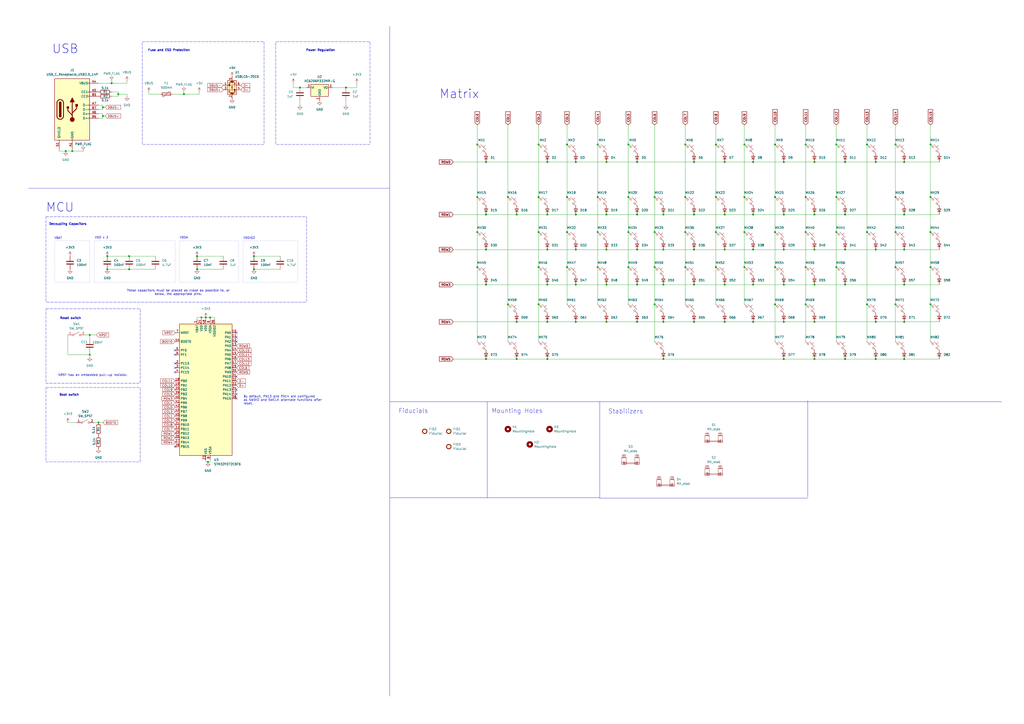
<source format=kicad_sch>
(kicad_sch (version 20250114) (generator "eeschema") (generator_version "9.0")
  (paper "A2")
  (lib_symbols
    (symbol "Connector:USB_C_Receptacle_USB2.0_14P" (pin_names (offset 1.016))
      (property "Reference" "J" (at 0 22.225 0))
      (property "Value" "USB_C_Receptacle_USB2.0_14P" (at 0 19.685 0))
      (symbol "USB_C_Receptacle_USB2.0_14P_1_1"
        (pin passive line (at -7.62 -22.86 90) (length 5.08) (name "SHIELD") (number "S1"))
        (pin passive line (at 0 -22.86 90) (length 5.08) (name "GND") (number "A1"))
        (pin passive line (at 0 -22.86 90) (length 5.08) (hide yes) (name "GND") (number "A12"))
        (pin passive line (at 0 -22.86 90) (length 5.08) (hide yes) (name "GND") (number "B1"))
        (pin passive line (at 0 -22.86 90) (length 5.08) (hide yes) (name "GND") (number "B12"))
        (pin passive line (at 15.24 15.24 180) (length 5.08) (name "VBUS") (number "A4"))
        (pin passive line (at 15.24 15.24 180) (length 5.08) (hide yes) (name "VBUS") (number "A9"))
        (pin passive line (at 15.24 15.24 180) (length 5.08) (hide yes) (name "VBUS") (number "B4"))
        (pin passive line (at 15.24 15.24 180) (length 5.08) (hide yes) (name "VBUS") (number "B9"))
        (pin bidirectional line (at 15.24 10.16 180) (length 5.08) (name "CC1") (number "A5"))
        (pin bidirectional line (at 15.24 7.62 180) (length 5.08) (name "CC2") (number "B5"))
        (pin bidirectional line (at 15.24 2.54 180) (length 5.08) (name "D-") (number "A7"))
        (pin bidirectional line (at 15.24 0 180) (length 5.08) (name "D-") (number "B7"))
        (pin bidirectional line (at 15.24 -2.54 180) (length 5.08) (name "D+") (number "A6"))
        (pin bidirectional line (at 15.24 -5.08 180) (length 5.08) (name "D+") (number "B6"))
      )
    )
    (symbol "Device:C" (pin_numbers (hide yes)) (pin_names (offset 0.254))
      (property "Reference" "C" (at 0.635 2.54 0))
      (property "Value" "C" (at 0.635 -2.54 0))
      (symbol "C_1_1"
        (pin passive line (at 0 3.81 270) (length 2.794) (name "~") (number "1"))
        (pin passive line (at 0 -3.81 90) (length 2.794) (name "~") (number "2"))
      )
    )
    (symbol "Device:D_Small" (pin_numbers (hide yes)) (pin_names (offset 0.254) (hide yes))
      (property "Reference" "D" (at -1.27 2.032 0))
      (property "Value" "D_Small" (at -3.81 -2.032 0))
      (symbol "D_Small_1_1"
        (pin passive line (at -2.54 0 0) (length 1.778) (name "K") (number "1"))
        (pin passive line (at 2.54 0 180) (length 1.778) (name "A") (number "2"))
      )
    )
    (symbol "Device:Polyfuse" (pin_numbers (hide yes)) (pin_names (offset 0))
      (property "Reference" "F" (at -2.54 0 90))
      (property "Value" "Polyfuse" (at 2.54 0 90))
      (symbol "Polyfuse_1_1"
        (pin passive line (at 0 3.81 270) (length 1.27) (name "~") (number "1"))
        (pin passive line (at 0 -3.81 90) (length 1.27) (name "~") (number "2"))
      )
    )
    (symbol "Device:R" (pin_numbers (hide yes)) (pin_names (offset 0))
      (property "Reference" "R" (at 2.032 0 90))
      (property "Value" "R" (at 0 0 90))
      (symbol "R_1_1"
        (pin passive line (at 0 3.81 270) (length 1.27) (name "~") (number "1"))
        (pin passive line (at 0 -3.81 90) (length 1.27) (name "~") (number "2"))
      )
    )
    (symbol "MCU_ST_STM32F0:STM32F072CBTx"
      (property "Reference" "U" (at -15.24 39.37 0))
      (property "Value" "STM32F072CBTx" (at 7.62 39.37 0))
      (symbol "STM32F072CBTx_1_1"
        (pin input line (at -17.78 33.02 0) (length 2.54) (name "NRST") (number "7"))
        (pin input line (at -17.78 27.94 0) (length 2.54) (name "BOOT0") (number "44"))
        (pin bidirectional line (at -17.78 22.86 0) (length 2.54) (name "PF0") (number "5"))
        (pin bidirectional line (at -17.78 20.32 0) (length 2.54) (name "PF1") (number "6"))
        (pin bidirectional line (at -17.78 15.24 0) (length 2.54) (name "PC13") (number "2"))
        (pin bidirectional line (at -17.78 12.7 0) (length 2.54) (name "PC14") (number "3"))
        (pin bidirectional line (at -17.78 10.16 0) (length 2.54) (name "PC15") (number "4"))
        (pin bidirectional line (at -17.78 5.08 0) (length 2.54) (name "PB0") (number "18"))
        (pin bidirectional line (at -17.78 2.54 0) (length 2.54) (name "PB1") (number "19"))
        (pin bidirectional line (at -17.78 0 0) (length 2.54) (name "PB2") (number "20"))
        (pin bidirectional line (at -17.78 -2.54 0) (length 2.54) (name "PB3") (number "39"))
        (pin bidirectional line (at -17.78 -5.08 0) (length 2.54) (name "PB4") (number "40"))
        (pin bidirectional line (at -17.78 -7.62 0) (length 2.54) (name "PB5") (number "41"))
        (pin bidirectional line (at -17.78 -10.16 0) (length 2.54) (name "PB6") (number "42"))
        (pin bidirectional line (at -17.78 -12.7 0) (length 2.54) (name "PB7") (number "43"))
        (pin bidirectional line (at -17.78 -15.24 0) (length 2.54) (name "PB8") (number "45"))
        (pin bidirectional line (at -17.78 -17.78 0) (length 2.54) (name "PB9") (number "46"))
        (pin bidirectional line (at -17.78 -20.32 0) (length 2.54) (name "PB10") (number "21"))
        (pin bidirectional line (at -17.78 -22.86 0) (length 2.54) (name "PB11") (number "22"))
        (pin bidirectional line (at -17.78 -25.4 0) (length 2.54) (name "PB12") (number "25"))
        (pin bidirectional line (at -17.78 -27.94 0) (length 2.54) (name "PB13") (number "26"))
        (pin bidirectional line (at -17.78 -30.48 0) (length 2.54) (name "PB14") (number "27"))
        (pin bidirectional line (at -17.78 -33.02 0) (length 2.54) (name "PB15") (number "28"))
        (pin power_in line (at -5.08 40.64 270) (length 2.54) (name "VBAT") (number "1"))
        (pin power_in line (at -2.54 40.64 270) (length 2.54) (name "VDD") (number "24"))
        (pin power_in line (at 0 40.64 270) (length 2.54) (name "VDD") (number "48"))
        (pin power_in line (at 0 -40.64 90) (length 2.54) (name "VSS") (number "23"))
        (pin passive line (at 0 -40.64 90) (length 2.54) (hide yes) (name "VSS") (number "35"))
        (pin passive line (at 0 -40.64 90) (length 2.54) (hide yes) (name "VSS") (number "47"))
        (pin power_in line (at 2.54 40.64 270) (length 2.54) (name "VDDA") (number "9"))
        (pin power_in line (at 2.54 -40.64 90) (length 2.54) (name "VSSA") (number "8"))
        (pin power_in line (at 5.08 40.64 270) (length 2.54) (name "VDDIO2") (number "36"))
        (pin bidirectional line (at 17.78 33.02 180) (length 2.54) (name "PA0") (number "10"))
        (pin bidirectional line (at 17.78 30.48 180) (length 2.54) (name "PA1") (number "11"))
        (pin bidirectional line (at 17.78 27.94 180) (length 2.54) (name "PA2") (number "12"))
        (pin bidirectional line (at 17.78 25.4 180) (length 2.54) (name "PA3") (number "13"))
        (pin bidirectional line (at 17.78 22.86 180) (length 2.54) (name "PA4") (number "14"))
        (pin bidirectional line (at 17.78 20.32 180) (length 2.54) (name "PA5") (number "15"))
        (pin bidirectional line (at 17.78 17.78 180) (length 2.54) (name "PA6") (number "16"))
        (pin bidirectional line (at 17.78 15.24 180) (length 2.54) (name "PA7") (number "17"))
        (pin bidirectional line (at 17.78 12.7 180) (length 2.54) (name "PA8") (number "29"))
        (pin bidirectional line (at 17.78 10.16 180) (length 2.54) (name "PA9") (number "30"))
        (pin bidirectional line (at 17.78 7.62 180) (length 2.54) (name "PA10") (number "31"))
        (pin bidirectional line (at 17.78 5.08 180) (length 2.54) (name "PA11") (number "32"))
        (pin bidirectional line (at 17.78 2.54 180) (length 2.54) (name "PA12") (number "33"))
        (pin bidirectional line (at 17.78 0 180) (length 2.54) (name "PA13") (number "34"))
        (pin bidirectional line (at 17.78 -2.54 180) (length 2.54) (name "PA14") (number "37"))
        (pin bidirectional line (at 17.78 -5.08 180) (length 2.54) (name "PA15") (number "38"))
      )
    )
    (symbol "Mechanical:Fiducial" (exclude_from_sim yes) (in_bom no)
      (property "Reference" "FID" (at 0 5.08 0))
      (property "Value" "Fiducial" (at 0 3.175 0))
    )
    (symbol "Mechanical:MountingHole" (pin_names (offset 1.016)) (exclude_from_sim yes) (in_bom no)
      (property "Reference" "H" (at 0 5.08 0))
      (property "Value" "MountingHole" (at 0 3.175 0))
    )
    (symbol "PCM_marbastlib-mx:MX_SW_HS_CPG151101S11" (pin_numbers (hide yes)) (pin_names (offset 1.016) (hide yes))
      (property "Reference" "MX" (at 3.048 1.016 0))
      (property "Value" "MX_SW_HS" (at 0 -3.81 0))
      (symbol "MX_SW_HS_CPG151101S11_0_1"
        (pin passive line (at -2.54 2.54 0) (length 0) (name "1") (number "1"))
        (pin passive line (at 2.54 -2.54 180) (length 0) (name "2") (number "2"))
      )
    )
    (symbol "PCM_marbastlib-mx:MX_stab" (pin_names (offset 1.016))
      (property "Reference" "S" (at -5.08 6.35 0))
      (property "Value" "MX_stab" (at -5.08 3.81 0))
    )
    (symbol "Power_Protection:USBLC6-2SC6" (pin_names (hide yes))
      (property "Reference" "U" (at 0.635 5.715 0))
      (property "Value" "USBLC6-2SC6" (at 0.635 3.81 0))
      (symbol "USBLC6-2SC6_1_1"
        (pin passive line (at -5.08 0 0) (length 2.54) (name "I/O1") (number "1"))
        (pin passive line (at -5.08 -2.54 0) (length 2.54) (name "I/O2") (number "3"))
        (pin passive line (at 0 5.08 270) (length 2.54) (name "VBUS") (number "5"))
        (pin passive line (at 0 -7.62 90) (length 2.54) (name "GND") (number "2"))
        (pin passive line (at 5.08 0 180) (length 2.54) (name "I/O1") (number "6"))
        (pin passive line (at 5.08 -2.54 180) (length 2.54) (name "I/O2") (number "4"))
      )
    )
    (symbol "Regulator_Linear:XC6206PxxxMR" (pin_names (offset 0.254))
      (property "Reference" "U" (at -3.81 3.175 0))
      (property "Value" "XC6206PxxxMR" (at 0 3.175 0))
      (symbol "XC6206PxxxMR_1_1"
        (pin power_in line (at -7.62 0 0) (length 2.54) (name "VI") (number "3"))
        (pin power_in line (at 0 -7.62 90) (length 2.54) (name "GND") (number "1"))
        (pin power_out line (at 7.62 0 180) (length 2.54) (name "VO") (number "2"))
      )
    )
    (symbol "Switch:SW_SPST" (pin_names (offset 0) (hide yes))
      (property "Reference" "SW" (at 0 3.175 0))
      (property "Value" "SW_SPST" (at 0 -2.54 0))
      (symbol "SW_SPST_1_1"
        (pin passive line (at -5.08 0 0) (length 2.54) (name "A") (number "1"))
        (pin passive line (at 5.08 0 180) (length 2.54) (name "B") (number "2"))
      )
    )
    (symbol "power:+3V3" (power) (pin_numbers (hide yes)) (pin_names (offset 0) (hide yes))
      (property "Value" "+3V3" (at 0 3.556 0))
      (symbol "+3V3_1_1"
        (pin power_in line (at 0 0 90) (length 0) (name "~") (number "1"))
      )
    )
    (symbol "power:+5V" (power) (pin_numbers (hide yes)) (pin_names (offset 0) (hide yes))
      (property "Value" "+5V" (at 0 3.556 0))
      (symbol "+5V_1_1"
        (pin power_in line (at 0 0 90) (length 0) (name "~") (number "1"))
      )
    )
    (symbol "power:GND" (power) (pin_numbers (hide yes)) (pin_names (offset 0) (hide yes))
      (property "Value" "GND" (at 0 -3.81 0))
      (symbol "GND_1_1"
        (pin power_in line (at 0 0 270) (length 0) (name "~") (number "1"))
      )
    )
    (symbol "power:PWR_FLAG" (power) (pin_numbers (hide yes)) (pin_names (offset 0) (hide yes))
      (property "Value" "PWR_FLAG" (at 0 3.81 0))
      (symbol "PWR_FLAG_0_0"
        (pin power_out line (at 0 0 90) (length 0) (name "~") (number "1"))
      )
    )
    (symbol "power:VBUS" (power) (pin_numbers (hide yes)) (pin_names (offset 0) (hide yes))
      (property "Value" "VBUS" (at 0 3.556 0))
      (symbol "VBUS_1_1"
        (pin power_in line (at 0 0 90) (length 0) (name "~") (number "1"))
      )
    )
  )
  (rectangle (start 26.67 224.79) (end 81.28 267.97) (stroke (width 0) (type dash)))
  (rectangle (start 54.61 139.7) (end 101.6 163.83) (stroke (width 0) (type dot)))
  (rectangle (start 26.67 179.07) (end 81.28 222.25) (stroke (width 0) (type dash)))
  (rectangle (start 26.67 125.73) (end 177.8 175.26) (stroke (width 0) (type dash)))
  (rectangle (start 82.55 24.13) (end 153.162 83.82) (stroke (width 0) (type dash)))
  (rectangle (start 31.75 139.7) (end 52.07 163.83) (stroke (width 0) (type dot)))
  (rectangle (start 160.02 24.13) (end 214.63 83.82) (stroke (width 0) (type dash)))
  (rectangle (start 140.97 139.7) (end 172.72 163.83) (stroke (width 0) (type dot)))
  (rectangle (start 104.14 139.7) (end 138.43 163.83) (stroke (width 0) (type dot)))
  (text "Reset switch" (at 40.894 184.658 0) (effects (font (size 1.27 1.27) (thickness 0.254) (bold yes))))
  (text "NRST has an embedded pull-up resistor." (at 53.848 217.678 0) (effects (font (size 1.27 1.27))))
  (text "Mounting Holes" (at 299.974 238.506 0) (effects (font (size 2.54 2.54))))
  (text "VBAT" (at 33.782 138.176 0) (effects (font (size 1.27 1.27))))
  (text "Boot switch" (at 40.132 229.108 0) (effects (font (size 1.27 1.27) (thickness 0.254) (bold yes))))
  (text "VDD x 2" (at 58.928 137.922 0) (effects (font (size 1.27 1.27))))
  (text "Fiducials" (at 239.776 238.506 0) (effects (font (size 2.54 2.54))))
  (text "Power Regulation" (at 185.928 29.21 0) (effects (font (size 1.27 1.27) (thickness 0.254) (bold yes))))
  (text "MCU" (at 34.798 120.396 0) (effects (font (size 5.08 5.08) (thickness 0.254) (bold yes))))
  (text "VDDIO2" (at 144.526 138.176 0) (effects (font (size 1.27 1.27))))
  (text "Matrix" (at 266.446 54.61 0) (effects (font (size 5.08 5.08) (thickness 0.254) (bold yes))))
  (text "Stabilizers" (at 362.966 238.76 0) (effects (font (size 2.54 2.54))))
  (text "Fuse and ESD Protection" (at 98.044 29.21 0) (effects (font (size 1.27 1.27) (thickness 0.254) (bold yes))))
  (text "Decoupling Capacitors" (at 39.37 130.048 0) (effects (font (size 1.27 1.27) (thickness 0.254) (bold yes))))
  (text "USB" (at 37.846 28.448 0) (effects (font (size 5.08 5.08) (thickness 0.254) (bold yes))))
  (text "VDDA" (at 106.68 137.922 0) (effects (font (size 1.27 1.27))))
  (text "These capacitors must be placed as close as possible to, or\nbelow, the appropriate pins." (at 103.378 169.672 0) (effects (font (size 1.27 1.27) (thickness 0.1588))))
  (text "By default, PA13 and PA14 are configured\nas SWDIO and SWCLK alternate functions after\nreset." (at 141.224 232.156 0) (effects (font (size 1.27 1.27)) (justify left)))
  (junction (at 524.51 208.28))
  (junction (at 59.69 67.31))
  (junction (at 449.58 176.53))
  (junction (at 64.77 48.26))
  (junction (at 454.66 93.98))
  (junction (at 415.29 114.3))
  (junction (at 351.79 165.1))
  (junction (at 490.22 165.1))
  (junction (at 508 186.69))
  (junction (at 449.58 134.62))
  (junction (at 539.75 83.82))
  (junction (at 436.88 124.46))
  (junction (at 449.58 154.94))
  (junction (at 52.07 194.31))
  (junction (at 200.66 50.8))
  (junction (at 317.5 165.1))
  (junction (at 312.42 134.62))
  (junction (at 490.22 144.78))
  (junction (at 281.94 165.1))
  (junction (at 524.51 165.1))
  (junction (at 328.93 134.62))
  (junction (at 317.5 144.78))
  (junction (at 384.81 208.28))
  (junction (at 351.79 124.46))
  (junction (at 334.01 93.98))
  (junction (at 317.5 124.46))
  (junction (at 57.15 245.11))
  (junction (at 379.73 176.53))
  (junction (at 524.51 186.69))
  (junction (at 431.8 114.3))
  (junction (at 276.86 134.62))
  (junction (at 449.58 114.3))
  (junction (at 281.94 208.28))
  (junction (at 364.49 83.82))
  (junction (at 454.66 165.1))
  (junction (at 397.51 154.94))
  (junction (at 59.69 62.23))
  (junction (at 436.88 93.98))
  (junction (at 402.59 186.69))
  (junction (at 519.43 154.94))
  (junction (at 508 144.78))
  (junction (at 436.88 165.1))
  (junction (at 436.88 186.69))
  (junction (at 508 93.98))
  (junction (at 364.49 134.62))
  (junction (at 364.49 154.94))
  (junction (at 351.79 186.69))
  (junction (at 334.01 186.69))
  (junction (at 502.92 83.82))
  (junction (at 312.42 114.3))
  (junction (at 420.37 124.46))
  (junction (at 420.37 165.1))
  (junction (at 519.43 83.82))
  (junction (at 402.59 165.1))
  (junction (at 346.71 114.3))
  (junction (at 38.1 87.63))
  (junction (at 299.72 124.46))
  (junction (at 312.42 154.94))
  (junction (at 415.29 83.82))
  (junction (at 472.44 93.98))
  (junction (at 334.01 165.1))
  (junction (at 328.93 154.94))
  (junction (at 52.07 205.74))
  (junction (at 114.3 156.21))
  (junction (at 431.8 134.62))
  (junction (at 472.44 165.1))
  (junction (at 454.66 186.69))
  (junction (at 397.51 134.62))
  (junction (at 384.81 124.46))
  (junction (at 402.59 144.78))
  (junction (at 276.86 83.82))
  (junction (at 299.72 186.69))
  (junction (at 62.23 156.21))
  (junction (at 415.29 134.62))
  (junction (at 351.79 144.78))
  (junction (at 397.51 114.3))
  (junction (at 467.36 176.53))
  (junction (at 369.57 186.69))
  (junction (at 369.57 93.98))
  (junction (at 384.81 186.69))
  (junction (at 173.99 50.8))
  (junction (at 539.75 176.53))
  (junction (at 106.68 54.61))
  (junction (at 276.86 154.94))
  (junction (at 379.73 114.3))
  (junction (at 539.75 134.62))
  (junction (at 490.22 208.28))
  (junction (at 454.66 208.28))
  (junction (at 502.92 134.62))
  (junction (at 114.3 148.59))
  (junction (at 431.8 154.94))
  (junction (at 116.84 184.15))
  (junction (at 281.94 93.98))
  (junction (at 472.44 186.69))
  (junction (at 312.42 176.53))
  (junction (at 74.93 156.21))
  (junction (at 524.51 124.46))
  (junction (at 346.71 134.62))
  (junction (at 379.73 134.62))
  (junction (at 449.58 83.82))
  (junction (at 346.71 154.94))
  (junction (at 147.32 148.59))
  (junction (at 431.8 83.82))
  (junction (at 519.43 114.3))
  (junction (at 467.36 134.62))
  (junction (at 369.57 124.46))
  (junction (at 524.51 144.78))
  (junction (at 467.36 114.3))
  (junction (at 328.93 83.82))
  (junction (at 384.81 144.78))
  (junction (at 74.93 148.59))
  (junction (at 147.32 156.21))
  (junction (at 485.14 154.94))
  (junction (at 420.37 186.69))
  (junction (at 436.88 144.78))
  (junction (at 364.49 114.3))
  (junction (at 369.57 144.78))
  (junction (at 519.43 176.53))
  (junction (at 402.59 124.46))
  (junction (at 485.14 134.62))
  (junction (at 317.5 186.69))
  (junction (at 41.91 87.63))
  (junction (at 276.86 114.3))
  (junction (at 312.42 83.82))
  (junction (at 68.58 54.61))
  (junction (at 369.57 165.1))
  (junction (at 490.22 93.98))
  (junction (at 472.44 144.78))
  (junction (at 120.65 267.97))
  (junction (at 454.66 144.78))
  (junction (at 351.79 93.98))
  (junction (at 485.14 83.82))
  (junction (at 454.66 124.46))
  (junction (at 524.51 93.98))
  (junction (at 472.44 124.46))
  (junction (at 119.38 184.15))
  (junction (at 420.37 93.98))
  (junction (at 294.64 114.3))
  (junction (at 328.93 114.3))
  (junction (at 346.71 83.82))
  (junction (at 317.5 208.28))
  (junction (at 415.29 154.94))
  (junction (at 317.5 93.98))
  (junction (at 402.59 93.98))
  (junction (at 420.37 144.78))
  (junction (at 294.64 176.53))
  (junction (at 62.23 148.59))
  (junction (at 379.73 154.94))
  (junction (at 539.75 154.94))
  (junction (at 472.44 208.28))
  (junction (at 384.81 165.1))
  (junction (at 519.43 134.62))
  (junction (at 467.36 83.82))
  (junction (at 467.36 154.94))
  (junction (at 281.94 124.46))
  (junction (at 334.01 124.46))
  (junction (at 502.92 176.53))
  (junction (at 281.94 144.78))
  (junction (at 121.92 184.15))
  (junction (at 334.01 144.78))
  (junction (at 539.75 114.3))
  (junction (at 485.14 114.3))
  (junction (at 508 208.28))
  (junction (at 490.22 124.46))
  (junction (at 299.72 208.28))
  (junction (at 397.51 83.82))
  (no_connect (at 137.16 218.44))
  (no_connect (at 137.16 226.06))
  (no_connect (at 137.16 198.12))
  (no_connect (at 137.16 228.6))
  (no_connect (at 101.6 205.74))
  (no_connect (at 137.16 231.14))
  (no_connect (at 137.16 193.04))
  (no_connect (at 137.16 195.58))
  (no_connect (at 101.6 215.9))
  (no_connect (at 101.6 203.2))
  (no_connect (at 101.6 259.08))
  (no_connect (at 101.6 210.82))
  (no_connect (at 101.6 213.36))
  (wire (pts (xy 312.42 154.94) (xy 312.42 176.53)))
  (wire (pts (xy 41.91 87.63) (xy 48.26 87.63)))
  (wire (pts (xy 116.84 184.15) (xy 119.38 184.15)))
  (wire (pts (xy 60.96 67.31) (xy 59.69 67.31)))
  (wire (pts (xy 490.22 93.98) (xy 508 93.98)))
  (wire (pts (xy 431.8 134.62) (xy 431.8 154.94)))
  (wire (pts (xy 38.1 87.63) (xy 41.91 87.63)))
  (wire (pts (xy 369.57 186.69) (xy 384.81 186.69)))
  (wire (pts (xy 449.58 154.94) (xy 449.58 176.53)))
  (wire (pts (xy 328.93 72.39) (xy 328.93 83.82)))
  (wire (pts (xy 74.93 148.59) (xy 90.17 148.59)))
  (wire (pts (xy 60.96 62.23) (xy 59.69 62.23)))
  (wire (pts (xy 312.42 72.39) (xy 312.42 83.82)))
  (wire (pts (xy 436.88 165.1) (xy 454.66 165.1)))
  (wire (pts (xy 59.69 62.23) (xy 59.69 63.5)))
  (wire (pts (xy 369.57 165.1) (xy 384.81 165.1)))
  (wire (pts (xy 119.38 184.15) (xy 119.38 185.42)))
  (wire (pts (xy 364.49 72.39) (xy 364.49 83.82)))
  (wire (pts (xy 519.43 83.82) (xy 519.43 114.3)))
  (wire (pts (xy 328.93 154.94) (xy 328.93 176.53)))
  (wire (pts (xy 262.89 124.46) (xy 281.94 124.46)))
  (wire (pts (xy 454.66 93.98) (xy 472.44 93.98)))
  (wire (pts (xy 334.01 186.69) (xy 351.79 186.69)))
  (wire (pts (xy 207.01 48.26) (xy 207.01 50.8)))
  (wire (pts (xy 524.51 165.1) (xy 544.83 165.1)))
  (wire (pts (xy 402.59 93.98) (xy 420.37 93.98)))
  (wire (pts (xy 485.14 154.94) (xy 485.14 198.12)))
  (wire (pts (xy 524.51 186.69) (xy 544.83 186.69)))
  (wire (pts (xy 276.86 154.94) (xy 276.86 198.12)))
  (wire (pts (xy 294.64 176.53) (xy 294.64 198.12)))
  (wire (pts (xy 334.01 144.78) (xy 351.79 144.78)))
  (wire (pts (xy 52.07 194.31) (xy 52.07 196.85)))
  (wire (pts (xy 312.42 176.53) (xy 312.42 198.12)))
  (wire (pts (xy 262.89 93.98) (xy 281.94 93.98)))
  (wire (pts (xy 472.44 124.46) (xy 490.22 124.46)))
  (wire (pts (xy 59.69 60.96) (xy 59.69 62.23)))
  (wire (pts (xy 467.36 83.82) (xy 467.36 114.3)))
  (wire (pts (xy 121.92 266.7) (xy 121.92 267.97)))
  (wire (pts (xy 454.66 144.78) (xy 472.44 144.78)))
  (wire (pts (xy 364.49 134.62) (xy 364.49 154.94)))
  (wire (pts (xy 317.5 93.98) (xy 334.01 93.98)))
  (wire (pts (xy 502.92 72.39) (xy 502.92 83.82)))
  (wire (pts (xy 502.92 176.53) (xy 502.92 198.12)))
  (wire (pts (xy 539.75 134.62) (xy 539.75 154.94)))
  (wire (pts (xy 524.51 208.28) (xy 544.83 208.28)))
  (wire (pts (xy 431.8 114.3) (xy 431.8 134.62)))
  (wire (pts (xy 328.93 134.62) (xy 328.93 154.94)))
  (wire (pts (xy 262.89 144.78) (xy 281.94 144.78)))
  (wire (pts (xy 312.42 83.82) (xy 312.42 114.3)))
  (wire (pts (xy 200.66 58.42) (xy 200.66 60.96)))
  (wire (pts (xy 59.69 67.31) (xy 59.69 68.58)))
  (polyline (pts (xy 282.702 233.045) (xy 282.702 288.798)))
  (wire (pts (xy 34.29 86.36) (xy 34.29 87.63)))
  (wire (pts (xy 539.75 72.39) (xy 539.75 83.82)))
  (wire (pts (xy 519.43 72.39) (xy 519.43 83.82)))
  (wire (pts (xy 346.71 72.39) (xy 346.71 83.82)))
  (wire (pts (xy 467.36 154.94) (xy 467.36 176.53)))
  (wire (pts (xy 317.5 208.28) (xy 384.81 208.28)))
  (wire (pts (xy 490.22 208.28) (xy 508 208.28)))
  (wire (pts (xy 62.23 156.21) (xy 74.93 156.21)))
  (wire (pts (xy 384.81 124.46) (xy 402.59 124.46)))
  (polyline (pts (xy 16.51 109.22) (xy 226.06 109.22)))
  (wire (pts (xy 364.49 114.3) (xy 364.49 134.62)))
  (wire (pts (xy 114.3 184.15) (xy 114.3 185.42)))
  (wire (pts (xy 449.58 83.82) (xy 449.58 114.3)))
  (wire (pts (xy 490.22 165.1) (xy 524.51 165.1)))
  (wire (pts (xy 436.88 124.46) (xy 454.66 124.46)))
  (wire (pts (xy 397.51 154.94) (xy 397.51 176.53)))
  (wire (pts (xy 173.99 58.42) (xy 173.99 60.96)))
  (wire (pts (xy 397.51 72.39) (xy 397.51 83.82)))
  (wire (pts (xy 52.07 194.31) (xy 55.88 194.31)))
  (wire (pts (xy 59.69 66.04) (xy 59.69 67.31)))
  (wire (pts (xy 472.44 186.69) (xy 508 186.69)))
  (wire (pts (xy 454.66 208.28) (xy 472.44 208.28)))
  (wire (pts (xy 41.91 86.36) (xy 41.91 87.63)))
  (wire (pts (xy 299.72 208.28) (xy 317.5 208.28)))
  (wire (pts (xy 384.81 186.69) (xy 402.59 186.69)))
  (wire (pts (xy 485.14 134.62) (xy 485.14 154.94)))
  (wire (pts (xy 519.43 176.53) (xy 519.43 198.12)))
  (wire (pts (xy 379.73 72.39) (xy 379.73 114.3)))
  (wire (pts (xy 100.33 54.61) (xy 106.68 54.61)))
  (wire (pts (xy 449.58 114.3) (xy 449.58 134.62)))
  (wire (pts (xy 57.15 245.11) (xy 59.69 245.11)))
  (wire (pts (xy 262.89 186.69) (xy 299.72 186.69)))
  (wire (pts (xy 346.71 134.62) (xy 346.71 154.94)))
  (wire (pts (xy 57.15 60.96) (xy 59.69 60.96)))
  (wire (pts (xy 73.66 46.99) (xy 73.66 48.26)))
  (wire (pts (xy 62.23 148.59) (xy 74.93 148.59)))
  (wire (pts (xy 68.58 55.88) (xy 64.77 55.88)))
  (wire (pts (xy 490.22 144.78) (xy 508 144.78)))
  (wire (pts (xy 334.01 124.46) (xy 351.79 124.46)))
  (wire (pts (xy 121.92 267.97) (xy 120.65 267.97)))
  (wire (pts (xy 68.58 54.61) (xy 73.66 54.61)))
  (wire (pts (xy 74.93 156.21) (xy 90.17 156.21)))
  (wire (pts (xy 39.37 245.11) (xy 44.45 245.11)))
  (wire (pts (xy 147.32 148.59) (xy 162.56 148.59)))
  (wire (pts (xy 351.79 144.78) (xy 369.57 144.78)))
  (wire (pts (xy 64.77 48.26) (xy 73.66 48.26)))
  (wire (pts (xy 106.68 53.34) (xy 106.68 54.61)))
  (wire (pts (xy 539.75 176.53) (xy 539.75 198.12)))
  (wire (pts (xy 485.14 114.3) (xy 485.14 134.62)))
  (wire (pts (xy 54.61 245.11) (xy 57.15 245.11)))
  (wire (pts (xy 120.65 267.97) (xy 119.38 267.97)))
  (wire (pts (xy 116.84 184.15) (xy 114.3 184.15)))
  (wire (pts (xy 502.92 83.82) (xy 502.92 134.62)))
  (wire (pts (xy 508 186.69) (xy 524.51 186.69)))
  (wire (pts (xy 334.01 165.1) (xy 351.79 165.1)))
  (wire (pts (xy 346.71 154.94) (xy 346.71 176.53)))
  (wire (pts (xy 539.75 114.3) (xy 539.75 134.62)))
  (wire (pts (xy 299.72 124.46) (xy 317.5 124.46)))
  (wire (pts (xy 193.04 50.8) (xy 200.66 50.8)))
  (wire (pts (xy 124.46 184.15) (xy 124.46 185.42)))
  (wire (pts (xy 317.5 144.78) (xy 334.01 144.78)))
  (wire (pts (xy 73.66 54.61) (xy 73.66 55.88)))
  (wire (pts (xy 415.29 83.82) (xy 415.29 114.3)))
  (wire (pts (xy 467.36 72.39) (xy 467.36 83.82)))
  (wire (pts (xy 472.44 165.1) (xy 490.22 165.1)))
  (wire (pts (xy 86.36 53.34) (xy 86.36 54.61)))
  (wire (pts (xy 519.43 114.3) (xy 519.43 134.62)))
  (wire (pts (xy 415.29 134.62) (xy 415.29 154.94)))
  (wire (pts (xy 312.42 134.62) (xy 312.42 154.94)))
  (wire (pts (xy 170.18 50.8) (xy 173.99 50.8)))
  (wire (pts (xy 328.93 114.3) (xy 328.93 134.62)))
  (wire (pts (xy 524.51 144.78) (xy 544.83 144.78)))
  (wire (pts (xy 39.37 205.74) (xy 52.07 205.74)))
  (wire (pts (xy 431.8 83.82) (xy 431.8 114.3)))
  (wire (pts (xy 119.38 267.97) (xy 119.38 266.7)))
  (wire (pts (xy 384.81 165.1) (xy 402.59 165.1)))
  (wire (pts (xy 86.36 54.61) (xy 92.71 54.61)))
  (wire (pts (xy 68.58 53.34) (xy 68.58 54.61)))
  (wire (pts (xy 379.73 114.3) (xy 379.73 134.62)))
  (wire (pts (xy 317.5 186.69) (xy 334.01 186.69)))
  (wire (pts (xy 121.92 184.15) (xy 121.92 185.42)))
  (wire (pts (xy 317.5 124.46) (xy 334.01 124.46)))
  (wire (pts (xy 436.88 186.69) (xy 454.66 186.69)))
  (wire (pts (xy 485.14 83.82) (xy 485.14 114.3)))
  (wire (pts (xy 294.64 72.39) (xy 294.64 114.3)))
  (wire (pts (xy 119.38 184.15) (xy 121.92 184.15)))
  (wire (pts (xy 485.14 72.39) (xy 485.14 83.82)))
  (wire (pts (xy 467.36 114.3) (xy 467.36 134.62)))
  (wire (pts (xy 106.68 54.61) (xy 115.57 54.61)))
  (wire (pts (xy 420.37 93.98) (xy 436.88 93.98)))
  (wire (pts (xy 147.32 156.21) (xy 162.56 156.21)))
  (polyline (pts (xy 226.06 15.24) (xy 226.06 109.22)))
  (wire (pts (xy 502.92 134.62) (xy 502.92 176.53)))
  (wire (pts (xy 519.43 154.94) (xy 519.43 176.53)))
  (wire (pts (xy 364.49 154.94) (xy 364.49 176.53)))
  (wire (pts (xy 402.59 144.78) (xy 420.37 144.78)))
  (wire (pts (xy 467.36 134.62) (xy 467.36 154.94)))
  (wire (pts (xy 436.88 144.78) (xy 454.66 144.78)))
  (wire (pts (xy 57.15 48.26) (xy 64.77 48.26)))
  (wire (pts (xy 351.79 165.1) (xy 369.57 165.1)))
  (wire (pts (xy 467.36 176.53) (xy 467.36 198.12)))
  (wire (pts (xy 121.92 184.15) (xy 124.46 184.15)))
  (polyline (pts (xy 226.187 288.798) (xy 282.702 288.798)))
  (wire (pts (xy 317.5 165.1) (xy 334.01 165.1)))
  (wire (pts (xy 539.75 154.94) (xy 539.75 176.53)))
  (wire (pts (xy 276.86 134.62) (xy 276.86 154.94)))
  (wire (pts (xy 369.57 144.78) (xy 384.81 144.78)))
  (wire (pts (xy 346.71 114.3) (xy 346.71 134.62)))
  (wire (pts (xy 346.71 83.82) (xy 346.71 114.3)))
  (wire (pts (xy 519.43 134.62) (xy 519.43 154.94)))
  (wire (pts (xy 420.37 144.78) (xy 436.88 144.78)))
  (wire (pts (xy 57.15 68.58) (xy 59.69 68.58)))
  (wire (pts (xy 64.77 53.34) (xy 68.58 53.34)))
  (wire (pts (xy 454.66 165.1) (xy 472.44 165.1)))
  (wire (pts (xy 39.37 194.31) (xy 39.37 205.74)))
  (wire (pts (xy 431.8 72.39) (xy 431.8 83.82)))
  (wire (pts (xy 262.89 165.1) (xy 281.94 165.1)))
  (wire (pts (xy 57.15 63.5) (xy 59.69 63.5)))
  (wire (pts (xy 402.59 165.1) (xy 420.37 165.1)))
  (polyline (pts (xy 347.98 288.925) (xy 347.98 233.045)))
  (wire (pts (xy 68.58 54.61) (xy 68.58 55.88)))
  (wire (pts (xy 262.89 208.28) (xy 281.94 208.28)))
  (wire (pts (xy 379.73 154.94) (xy 379.73 176.53)))
  (wire (pts (xy 524.51 124.46) (xy 544.83 124.46)))
  (wire (pts (xy 524.51 93.98) (xy 544.83 93.98)))
  (wire (pts (xy 454.66 186.69) (xy 472.44 186.69)))
  (wire (pts (xy 384.81 144.78) (xy 402.59 144.78)))
  (wire (pts (xy 351.79 93.98) (xy 369.57 93.98)))
  (wire (pts (xy 276.86 114.3) (xy 276.86 134.62)))
  (wire (pts (xy 415.29 154.94) (xy 415.29 176.53)))
  (wire (pts (xy 472.44 144.78) (xy 490.22 144.78)))
  (wire (pts (xy 170.18 48.26) (xy 170.18 50.8)))
  (wire (pts (xy 449.58 72.39) (xy 449.58 83.82)))
  (polyline (pts (xy 468.63 288.29) (xy 468.63 232.41)))
  (wire (pts (xy 449.58 176.53) (xy 449.58 198.12)))
  (wire (pts (xy 312.42 114.3) (xy 312.42 134.62)))
  (wire (pts (xy 173.99 50.8) (xy 177.8 50.8)))
  (wire (pts (xy 449.58 134.62) (xy 449.58 154.94)))
  (wire (pts (xy 436.88 93.98) (xy 454.66 93.98)))
  (wire (pts (xy 328.93 83.82) (xy 328.93 114.3)))
  (polyline (pts (xy 347.98 233.045) (xy 581.025 233.045)))
  (wire (pts (xy 397.51 134.62) (xy 397.51 154.94)))
  (polyline (pts (xy 347.98 288.925) (xy 468.63 288.925)))
  (wire (pts (xy 276.86 72.39) (xy 276.86 83.82)))
  (wire (pts (xy 276.86 83.82) (xy 276.86 114.3)))
  (wire (pts (xy 34.29 87.63) (xy 38.1 87.63)))
  (wire (pts (xy 281.94 208.28) (xy 299.72 208.28)))
  (wire (pts (xy 384.81 208.28) (xy 454.66 208.28)))
  (wire (pts (xy 364.49 83.82) (xy 364.49 114.3)))
  (wire (pts (xy 379.73 176.53) (xy 379.73 198.12)))
  (wire (pts (xy 351.79 186.69) (xy 369.57 186.69)))
  (polyline (pts (xy 282.702 288.798) (xy 347.98 288.798)))
  (wire (pts (xy 508 93.98) (xy 524.51 93.98)))
  (wire (pts (xy 294.64 114.3) (xy 294.64 176.53)))
  (wire (pts (xy 281.94 144.78) (xy 317.5 144.78)))
  (wire (pts (xy 57.15 66.04) (xy 59.69 66.04)))
  (wire (pts (xy 379.73 134.62) (xy 379.73 154.94)))
  (wire (pts (xy 402.59 124.46) (xy 420.37 124.46)))
  (wire (pts (xy 281.94 93.98) (xy 317.5 93.98)))
  (wire (pts (xy 490.22 124.46) (xy 524.51 124.46)))
  (wire (pts (xy 334.01 93.98) (xy 351.79 93.98)))
  (wire (pts (xy 402.59 186.69) (xy 420.37 186.69)))
  (wire (pts (xy 472.44 208.28) (xy 490.22 208.28)))
  (wire (pts (xy 420.37 186.69) (xy 436.88 186.69)))
  (wire (pts (xy 114.3 156.21) (xy 129.54 156.21)))
  (wire (pts (xy 397.51 114.3) (xy 397.51 134.62)))
  (wire (pts (xy 281.94 165.1) (xy 317.5 165.1)))
  (wire (pts (xy 369.57 124.46) (xy 384.81 124.46)))
  (wire (pts (xy 299.72 186.69) (xy 317.5 186.69)))
  (wire (pts (xy 454.66 124.46) (xy 472.44 124.46)))
  (wire (pts (xy 420.37 165.1) (xy 436.88 165.1)))
  (wire (pts (xy 415.29 114.3) (xy 415.29 134.62)))
  (wire (pts (xy 200.66 50.8) (xy 207.01 50.8)))
  (polyline (pts (xy 226.06 233.045) (xy 347.98 233.045)))
  (wire (pts (xy 114.3 148.59) (xy 129.54 148.59)))
  (wire (pts (xy 116.84 185.42) (xy 116.84 184.15)))
  (wire (pts (xy 64.77 46.99) (xy 64.77 48.26)))
  (polyline (pts (xy 226.06 109.22) (xy 226.06 403.86)))
  (wire (pts (xy 539.75 83.82) (xy 539.75 114.3)))
  (wire (pts (xy 415.29 72.39) (xy 415.29 83.82)))
  (wire (pts (xy 52.07 205.74) (xy 52.07 204.47)))
  (wire (pts (xy 431.8 154.94) (xy 431.8 176.53)))
  (wire (pts (xy 49.53 194.31) (xy 52.07 194.31)))
  (wire (pts (xy 397.51 83.82) (xy 397.51 114.3)))
  (wire (pts (xy 420.37 124.46) (xy 436.88 124.46)))
  (wire (pts (xy 508 208.28) (xy 524.51 208.28)))
  (wire (pts (xy 369.57 93.98) (xy 402.59 93.98)))
  (wire (pts (xy 115.57 53.34) (xy 115.57 54.61)))
  (wire (pts (xy 281.94 124.46) (xy 299.72 124.46)))
  (wire (pts (xy 508 144.78) (xy 524.51 144.78)))
  (wire (pts (xy 472.44 93.98) (xy 490.22 93.98)))
  (wire (pts (xy 52.07 207.01) (xy 52.07 205.74)))
  (wire (pts (xy 351.79 124.46) (xy 369.57 124.46)))
  (global_label "ROW0" (shape input) (at 137.16 200.66 0) (effects (font (thickness 0.1588))) (property "Intersheetrefs" "${INTERSHEET_REFS}" (effects (hide yes))))
  (global_label "COL9" (shape input) (at 101.6 226.06 180) (effects (font (thickness 0.1588))) (property "Intersheetrefs" "${INTERSHEET_REFS}" (effects (hide yes))))
  (global_label "COL1" (shape input) (at 294.64 72.39 90) (effects (font (thickness 0.254) (bold yes))) (property "Intersheetrefs" "${INTERSHEET_REFS}" (effects (hide yes))))
  (global_label "ROW2" (shape input) (at 262.89 144.78 180) (effects (font (thickness 0.254) (bold yes))) (property "Intersheetrefs" "${INTERSHEET_REFS}" (effects (hide yes))))
  (global_label "COL6" (shape input) (at 137.16 213.36 0) (effects (font (thickness 0.1588))) (property "Intersheetrefs" "${INTERSHEET_REFS}" (effects (hide yes))))
  (global_label "NRST" (shape input) (at 101.6 193.04 180) (property "Intersheetrefs" "${INTERSHEET_REFS}" (effects (hide yes))))
  (global_label "D-" (shape input) (at 137.16 220.98 0) (property "Intersheetrefs" "${INTERSHEET_REFS}" (effects (hide yes))))
  (global_label "ROW4" (shape input) (at 262.89 186.69 180) (effects (font (thickness 0.254) (bold yes))) (property "Intersheetrefs" "${INTERSHEET_REFS}" (effects (hide yes))))
  (global_label "DBUS-" (shape input) (at 129.54 49.53 180) (property "Intersheetrefs" "${INTERSHEET_REFS}" (effects (hide yes))))
  (global_label "COL13" (shape input) (at 502.92 72.39 90) (effects (font (thickness 0.254) (bold yes))) (property "Intersheetrefs" "${INTERSHEET_REFS}" (effects (hide yes))))
  (global_label "COL12" (shape input) (at 485.14 72.39 90) (effects (font (thickness 0.254) (bold yes))) (property "Intersheetrefs" "${INTERSHEET_REFS}" (effects (hide yes))))
  (global_label "COL6" (shape input) (at 379.73 72.39 90) (effects (font (thickness 0.254) (bold yes))) (property "Intersheetrefs" "${INTERSHEET_REFS}" (effects (hide yes))))
  (global_label "COL15" (shape input) (at 137.16 203.2 0) (effects (font (thickness 0.1588))) (property "Intersheetrefs" "${INTERSHEET_REFS}" (effects (hide yes))))
  (global_label "NRST" (shape input) (at 55.88 194.31 0) (property "Intersheetrefs" "${INTERSHEET_REFS}" (effects (hide yes))))
  (global_label "ROW5" (shape input) (at 262.89 208.28 180) (effects (font (thickness 0.254) (bold yes))) (property "Intersheetrefs" "${INTERSHEET_REFS}" (effects (hide yes))))
  (global_label "COL14" (shape input) (at 137.16 205.74 0) (effects (font (thickness 0.1588))) (property "Intersheetrefs" "${INTERSHEET_REFS}" (effects (hide yes))))
  (global_label "COL13" (shape input) (at 137.16 208.28 0) (effects (font (thickness 0.1588))) (property "Intersheetrefs" "${INTERSHEET_REFS}" (effects (hide yes))))
  (global_label "COL5" (shape input) (at 364.49 72.39 90) (effects (font (thickness 0.254) (bold yes))) (property "Intersheetrefs" "${INTERSHEET_REFS}" (effects (hide yes))))
  (global_label "D-" (shape input) (at 139.7 49.53 0) (property "Intersheetrefs" "${INTERSHEET_REFS}" (effects (hide yes))))
  (global_label "COL3" (shape input) (at 328.93 72.39 90) (effects (font (thickness 0.254) (bold yes))) (property "Intersheetrefs" "${INTERSHEET_REFS}" (effects (hide yes))))
  (global_label "BOOT0" (shape input) (at 59.69 245.11 0) (property "Intersheetrefs" "${INTERSHEET_REFS}" (effects (hide yes))))
  (global_label "DBUS-" (shape input) (at 60.96 62.23 0) (property "Intersheetrefs" "${INTERSHEET_REFS}" (effects (hide yes))))
  (global_label "COL4" (shape input) (at 101.6 233.68 180) (effects (font (thickness 0.1588))) (property "Intersheetrefs" "${INTERSHEET_REFS}" (effects (hide yes))))
  (global_label "ROW2" (shape input) (at 101.6 254 180) (effects (font (thickness 0.1588))) (property "Intersheetrefs" "${INTERSHEET_REFS}" (effects (hide yes))))
  (global_label "COL2" (shape input) (at 312.42 72.39 90) (effects (font (thickness 0.254) (bold yes))) (property "Intersheetrefs" "${INTERSHEET_REFS}" (effects (hide yes))))
  (global_label "BOOT0" (shape input) (at 101.6 198.12 180) (property "Intersheetrefs" "${INTERSHEET_REFS}" (effects (hide yes))))
  (global_label "COL11" (shape input) (at 101.6 220.98 180) (effects (font (thickness 0.1588))) (property "Intersheetrefs" "${INTERSHEET_REFS}" (effects (hide yes))))
  (global_label "COL3" (shape input) (at 101.6 238.76 180) (effects (font (thickness 0.1588))) (property "Intersheetrefs" "${INTERSHEET_REFS}" (effects (hide yes))))
  (global_label "COL9" (shape input) (at 431.8 72.39 90) (effects (font (thickness 0.254) (bold yes))) (property "Intersheetrefs" "${INTERSHEET_REFS}" (effects (hide yes))))
  (global_label "COL0" (shape input) (at 276.86 72.39 90) (effects (font (thickness 0.254) (bold yes))) (property "Intersheetrefs" "${INTERSHEET_REFS}" (effects (hide yes))))
  (global_label "COL12" (shape input) (at 137.16 210.82 0) (effects (font (thickness 0.1588))) (property "Intersheetrefs" "${INTERSHEET_REFS}" (effects (hide yes))))
  (global_label "COL14" (shape input) (at 519.43 72.39 90) (effects (font (thickness 0.254) (bold yes))) (property "Intersheetrefs" "${INTERSHEET_REFS}" (effects (hide yes))))
  (global_label "ROW5" (shape input) (at 137.16 215.9 0) (effects (font (thickness 0.1588))) (property "Intersheetrefs" "${INTERSHEET_REFS}" (effects (hide yes))))
  (global_label "COL10" (shape input) (at 449.58 72.39 90) (effects (font (thickness 0.254) (bold yes))) (property "Intersheetrefs" "${INTERSHEET_REFS}" (effects (hide yes))))
  (global_label "COL2" (shape input) (at 101.6 243.84 180) (effects (font (thickness 0.1588))) (property "Intersheetrefs" "${INTERSHEET_REFS}" (effects (hide yes))))
  (global_label "COL10" (shape input) (at 101.6 223.52 180) (effects (font (thickness 0.1588))) (property "Intersheetrefs" "${INTERSHEET_REFS}" (effects (hide yes))))
  (global_label "D+" (shape input) (at 137.16 223.52 0) (property "Intersheetrefs" "${INTERSHEET_REFS}" (effects (hide yes))))
  (global_label "COL8" (shape input) (at 101.6 246.38 180) (effects (font (thickness 0.1588))) (property "Intersheetrefs" "${INTERSHEET_REFS}" (effects (hide yes))))
  (global_label "ROW1" (shape input) (at 101.6 251.46 180) (effects (font (thickness 0.1588))) (property "Intersheetrefs" "${INTERSHEET_REFS}" (effects (hide yes))))
  (global_label "COL1" (shape input) (at 101.6 241.3 180) (effects (font (thickness 0.1588))) (property "Intersheetrefs" "${INTERSHEET_REFS}" (effects (hide yes))))
  (global_label "DBUS+" (shape input) (at 129.54 52.07 180) (property "Intersheetrefs" "${INTERSHEET_REFS}" (effects (hide yes))))
  (global_label "COL7" (shape input) (at 397.51 72.39 90) (effects (font (thickness 0.254) (bold yes))) (property "Intersheetrefs" "${INTERSHEET_REFS}" (effects (hide yes))))
  (global_label "COL7" (shape input) (at 101.6 248.92 180) (effects (font (thickness 0.1588))) (property "Intersheetrefs" "${INTERSHEET_REFS}" (effects (hide yes))))
  (global_label "ROW0" (shape input) (at 262.89 93.98 180) (effects (font (thickness 0.254) (bold yes))) (property "Intersheetrefs" "${INTERSHEET_REFS}" (effects (hide yes))))
  (global_label "COL8" (shape input) (at 415.29 72.39 90) (effects (font (thickness 0.254) (bold yes))) (property "Intersheetrefs" "${INTERSHEET_REFS}" (effects (hide yes))))
  (global_label "D+" (shape input) (at 139.7 52.07 0) (property "Intersheetrefs" "${INTERSHEET_REFS}" (effects (hide yes))))
  (global_label "COL0" (shape input) (at 101.6 236.22 180) (effects (font (thickness 0.1588))) (property "Intersheetrefs" "${INTERSHEET_REFS}" (effects (hide yes))))
  (global_label "ROW3" (shape input) (at 101.6 231.14 180) (effects (font (thickness 0.1588))) (property "Intersheetrefs" "${INTERSHEET_REFS}" (effects (hide yes))))
  (global_label "ROW4" (shape input) (at 101.6 256.54 180) (effects (font (thickness 0.1588))) (property "Intersheetrefs" "${INTERSHEET_REFS}" (effects (hide yes))))
  (global_label "DBUS+" (shape input) (at 60.96 67.31 0) (property "Intersheetrefs" "${INTERSHEET_REFS}" (effects (hide yes))))
  (global_label "COL15" (shape input) (at 539.75 72.39 90) (effects (font (thickness 0.254) (bold yes))) (property "Intersheetrefs" "${INTERSHEET_REFS}" (effects (hide yes))))
  (global_label "ROW1" (shape input) (at 262.89 124.46 180) (effects (font (thickness 0.254) (bold yes))) (property "Intersheetrefs" "${INTERSHEET_REFS}" (effects (hide yes))))
  (global_label "COL11" (shape input) (at 467.36 72.39 90) (effects (font (thickness 0.254) (bold yes))) (property "Intersheetrefs" "${INTERSHEET_REFS}" (effects (hide yes))))
  (global_label "COL4" (shape input) (at 346.71 72.39 90) (effects (font (thickness 0.254) (bold yes))) (property "Intersheetrefs" "${INTERSHEET_REFS}" (effects (hide yes))))
  (global_label "ROW3" (shape input) (at 262.89 165.1 180) (effects (font (thickness 0.254) (bold yes))) (property "Intersheetrefs" "${INTERSHEET_REFS}" (effects (hide yes))))
  (global_label "COL5" (shape input) (at 101.6 228.6 180) (effects (font (thickness 0.1588))) (property "Intersheetrefs" "${INTERSHEET_REFS}" (effects (hide yes))))
  (symbol (lib_id "Device:D_Small") (at 369.57 142.24 90) (unit 1)
    (property "Reference" "D34" (at 372.11 142.2399 90) (effects (justify right)))
    (property "Value" "D_Small" (effects (hide yes)))
    (property "Footprint" "Diode_SMD:D_SOD-123" (effects (hide yes)))
    (property "Description" "Diode, small symbol" (effects (hide yes)))
    (property "Sim.Device" "D" (effects (hide yes)))
    (property "Sim.Pins" "1=K 2=A" (effects (hide yes)))
  )
  (symbol (lib_id "PCM_marbastlib-mx:MX_SW_HS_CPG151101S11") (at 417.83 137.16 0) (unit 1) (in_bom no)
    (property "Reference" "MX37" (at 417.83 132.08 0))
    (property "Value" "MX_SW_HS" (effects (hide yes)))
    (property "Footprint" "PCM_marbastlib-mx:SW_MX_HS_CPG151101S11_1u" (effects (hide yes)))
    (property "Description" "Push button switch, normally open, two pins, 45° tilted, Kailh CPG151101S11 for Cherry MX style switches" (effects (hide yes)))
  )
  (symbol (lib_id "Device:D_Small") (at 334.01 162.56 90) (unit 1)
    (property "Reference" "D47" (at 336.55 162.5599 90) (effects (justify right)))
    (property "Value" "D_Small" (effects (hide yes)))
    (property "Footprint" "Diode_SMD:D_SOD-123" (effects (hide yes)))
    (property "Description" "Diode, small symbol" (effects (hide yes)))
    (property "Sim.Device" "D" (effects (hide yes)))
    (property "Sim.Pins" "1=K 2=A" (effects (hide yes)))
  )
  (symbol (lib_id "PCM_marbastlib-mx:MX_SW_HS_CPG151101S11") (at 469.9 116.84 0) (unit 1) (in_bom no)
    (property "Reference" "MX26" (at 469.9 111.76 0))
    (property "Value" "MX_SW_HS" (effects (hide yes)))
    (property "Footprint" "PCM_marbastlib-mx:SW_MX_HS_CPG151101S11_1u" (effects (hide yes)))
    (property "Description" "Push button switch, normally open, two pins, 45° tilted, Kailh CPG151101S11 for Cherry MX style switches" (effects (hide yes)))
  )
  (symbol (lib_id "Device:D_Small") (at 472.44 121.92 90) (unit 1)
    (property "Reference" "D26" (at 474.98 121.9199 90) (effects (justify right)))
    (property "Value" "D_Small" (effects (hide yes)))
    (property "Footprint" "Diode_SMD:D_SOD-123" (effects (hide yes)))
    (property "Description" "Diode, small symbol" (effects (hide yes)))
    (property "Sim.Device" "D" (effects (hide yes)))
    (property "Sim.Pins" "1=K 2=A" (effects (hide yes)))
  )
  (symbol (lib_id "PCM_marbastlib-mx:MX_SW_HS_CPG151101S11") (at 400.05 116.84 0) (unit 1) (in_bom no)
    (property "Reference" "MX22" (at 400.05 111.76 0))
    (property "Value" "MX_SW_HS" (effects (hide yes)))
    (property "Footprint" "PCM_marbastlib-mx:SW_MX_HS_CPG151101S11_1u" (effects (hide yes)))
    (property "Description" "Push button switch, normally open, two pins, 45° tilted, Kailh CPG151101S11 for Cherry MX style switches" (effects (hide yes)))
  )
  (symbol (lib_id "PCM_marbastlib-mx:MX_SW_HS_CPG151101S11") (at 279.4 137.16 0) (unit 1) (in_bom no)
    (property "Reference" "MX30" (at 279.4 132.08 0))
    (property "Value" "MX_SW_HS" (effects (hide yes)))
    (property "Footprint" "PCM_marbastlib-mx:SW_MX_HS_CPG151101S11_1.5u" (effects (hide yes)))
    (property "Description" "Push button switch, normally open, two pins, 45° tilted, Kailh CPG151101S11 for Cherry MX style switches" (effects (hide yes)))
  )
  (symbol (lib_id "Device:R") (at 57.15 248.92 0) (mirror y) (unit 1)
    (property "Reference" "R4" (at 57.15 248.92 90))
    (property "Value" "5.1k" (at 54.356 249.428 90))
    (property "Footprint" "Resistor_SMD:R_0402_1005Metric" (effects (hide yes)))
    (property "Description" "Resistor" (effects (hide yes)))
  )
  (symbol (lib_id "power:GND") (at 62.23 156.21 0) (unit 1)
    (property "Reference" "#PWR018" (effects (hide yes)))
    (property "Value" "GND" (at 62.23 161.29 0))
    (property "Description" "Power symbol creates a global label with name \"GND\" , ground" (effects (hide yes)))
  )
  (symbol (lib_id "Device:D_Small") (at 369.57 162.56 90) (unit 1)
    (property "Reference" "D49" (at 372.11 162.5599 90) (effects (justify right)))
    (property "Value" "D_Small" (effects (hide yes)))
    (property "Footprint" "Diode_SMD:D_SOD-123" (effects (hide yes)))
    (property "Description" "Diode, small symbol" (effects (hide yes)))
    (property "Sim.Device" "D" (effects (hide yes)))
    (property "Sim.Pins" "1=K 2=A" (effects (hide yes)))
  )
  (symbol (lib_id "Device:D_Small") (at 351.79 184.15 90) (unit 1)
    (property "Reference" "D62" (at 354.33 184.1499 90) (effects (justify right)))
    (property "Value" "D_Small" (effects (hide yes)))
    (property "Footprint" "Diode_SMD:D_SOD-123" (effects (hide yes)))
    (property "Description" "Diode, small symbol" (effects (hide yes)))
    (property "Sim.Device" "D" (effects (hide yes)))
    (property "Sim.Pins" "1=K 2=A" (effects (hide yes)))
  )
  (symbol (lib_id "PCM_marbastlib-mx:MX_SW_HS_CPG151101S11") (at 542.29 86.36 0) (unit 1) (in_bom no)
    (property "Reference" "MX14" (at 542.29 81.28 0))
    (property "Value" "MX_SW_HS" (effects (hide yes)))
    (property "Footprint" "PCM_marbastlib-mx:SW_MX_HS_CPG151101S11_1u" (effects (hide yes)))
    (property "Description" "Push button switch, normally open, two pins, 45° tilted, Kailh CPG151101S11 for Cherry MX style switches" (effects (hide yes)))
  )
  (symbol (lib_id "Device:C") (at 162.56 152.4 0) (unit 1)
    (property "Reference" "C10" (at 166.37 151.1299 0) (effects (justify left)))
    (property "Value" "4.7uF" (at 166.37 153.6699 0) (effects (justify left)))
    (property "Footprint" "Capacitor_SMD:C_0603_1608Metric" (effects (hide yes)))
    (property "Description" "Unpolarized capacitor" (effects (hide yes)))
  )
  (symbol (lib_id "Device:D_Small") (at 281.94 142.24 90) (unit 1)
    (property "Reference" "D30" (at 284.48 142.2399 90) (effects (justify right)))
    (property "Value" "D_Small" (effects (hide yes)))
    (property "Footprint" "Diode_SMD:D_SOD-123" (effects (hide yes)))
    (property "Description" "Diode, small symbol" (effects (hide yes)))
    (property "Sim.Device" "D" (effects (hide yes)))
    (property "Sim.Pins" "1=K 2=A" (effects (hide yes)))
  )
  (symbol (lib_id "Switch:SW_SPST") (at 49.53 245.11 0) (unit 1)
    (property "Reference" "SW2" (at 49.53 238.76 0))
    (property "Value" "SW_SPST" (at 49.53 241.3 0))
    (property "Footprint" "Button_Switch_SMD:SW_SPST_TL3342" (effects (hide yes)))
    (property "Description" "Single Pole Single Throw (SPST) switch" (effects (hide yes)))
  )
  (symbol (lib_id "PCM_marbastlib-mx:MX_SW_HS_CPG151101S11") (at 505.46 200.66 0) (unit 1) (in_bom no)
    (property "Reference" "MX80" (at 505.46 195.58 0))
    (property "Value" "MX_SW_HS" (effects (hide yes)))
    (property "Footprint" "PCM_marbastlib-mx:SW_MX_HS_CPG151101S11_1u" (effects (hide yes)))
    (property "Description" "Push button switch, normally open, two pins, 45° tilted, Kailh CPG151101S11 for Cherry MX style switches" (effects (hide yes)))
  )
  (symbol (lib_id "PCM_marbastlib-mx:MX_SW_HS_CPG151101S11") (at 297.18 116.84 0) (unit 1) (in_bom no)
    (property "Reference" "MX16" (at 297.18 111.76 0))
    (property "Value" "MX_SW_HS" (effects (hide yes)))
    (property "Footprint" "PCM_marbastlib-mx:SW_MX_HS_CPG151101S11_1u" (effects (hide yes)))
    (property "Description" "Push button switch, normally open, two pins, 45° tilted, Kailh CPG151101S11 for Cherry MX style switches" (effects (hide yes)))
  )
  (symbol (lib_id "power:+5V") (at 170.18 48.26 0) (unit 1)
    (property "Reference" "#PWR023" (effects (hide yes)))
    (property "Value" "+5V" (at 170.18 43.18 0))
    (property "Description" "Power symbol creates a global label with name \"+5V\"" (effects (hide yes)))
  )
  (symbol (lib_id "Mechanical:MountingHole") (at 318.77 248.92 0) (unit 1) (exclude_from_sim yes) (in_bom no)
    (property "Reference" "H3" (at 321.31 247.6499 0) (effects (justify left)))
    (property "Value" "MountingHole" (at 321.31 250.1899 0) (effects (justify left)))
    (property "Footprint" "MountingHole:MountingHole_2.2mm_M2_DIN965_Pad" (effects (hide yes)))
    (property "Description" "Mounting Hole without connection" (effects (hide yes)))
  )
  (symbol (lib_id "Device:D_Small") (at 472.44 162.56 90) (unit 1)
    (property "Reference" "D55" (at 474.98 162.5599 90) (effects (justify right)))
    (property "Value" "D_Small" (effects (hide yes)))
    (property "Footprint" "Diode_SMD:D_SOD-123" (effects (hide yes)))
    (property "Description" "Diode, small symbol" (effects (hide yes)))
    (property "Sim.Device" "D" (effects (hide yes)))
    (property "Sim.Pins" "1=K 2=A" (effects (hide yes)))
  )
  (symbol (lib_id "PCM_marbastlib-mx:MX_SW_HS_CPG151101S11") (at 400.05 157.48 0) (unit 1) (in_bom no)
    (property "Reference" "MX51" (at 400.05 152.4 0))
    (property "Value" "MX_SW_HS" (effects (hide yes)))
    (property "Footprint" "PCM_marbastlib-mx:SW_MX_HS_CPG151101S11_1u" (effects (hide yes)))
    (property "Description" "Push button switch, normally open, two pins, 45° tilted, Kailh CPG151101S11 for Cherry MX style switches" (effects (hide yes)))
  )
  (symbol (lib_id "PCM_marbastlib-mx:MX_SW_HS_CPG151101S11") (at 487.68 86.36 0) (unit 1) (in_bom no)
    (property "Reference" "MX11" (at 487.68 81.28 0))
    (property "Value" "MX_SW_HS" (effects (hide yes)))
    (property "Footprint" "PCM_marbastlib-mx:SW_MX_HS_CPG151101S11_1u" (effects (hide yes)))
    (property "Description" "Push button switch, normally open, two pins, 45° tilted, Kailh CPG151101S11 for Cherry MX style switches" (effects (hide yes)))
  )
  (symbol (lib_id "PCM_marbastlib-mx:MX_SW_HS_CPG151101S11") (at 452.12 116.84 0) (unit 1) (in_bom no)
    (property "Reference" "MX25" (at 452.12 111.76 0))
    (property "Value" "MX_SW_HS" (effects (hide yes)))
    (property "Footprint" "PCM_marbastlib-mx:SW_MX_HS_CPG151101S11_1u" (effects (hide yes)))
    (property "Description" "Push button switch, normally open, two pins, 45° tilted, Kailh CPG151101S11 for Cherry MX style switches" (effects (hide yes)))
  )
  (symbol (lib_id "PCM_marbastlib-mx:MX_SW_HS_CPG151101S11") (at 417.83 157.48 0) (unit 1) (in_bom no)
    (property "Reference" "MX52" (at 417.83 152.4 0))
    (property "Value" "MX_SW_HS" (effects (hide yes)))
    (property "Footprint" "PCM_marbastlib-mx:SW_MX_HS_CPG151101S11_1u" (effects (hide yes)))
    (property "Description" "Push button switch, normally open, two pins, 45° tilted, Kailh CPG151101S11 for Cherry MX style switches" (effects (hide yes)))
  )
  (symbol (lib_id "PCM_marbastlib-mx:MX_SW_HS_CPG151101S11") (at 521.97 200.66 0) (unit 1) (in_bom no)
    (property "Reference" "MX81" (at 521.97 195.58 0))
    (property "Value" "MX_SW_HS" (effects (hide yes)))
    (property "Footprint" "PCM_marbastlib-mx:SW_MX_HS_CPG151101S11_1u" (effects (hide yes)))
    (property "Description" "Push button switch, normally open, two pins, 45° tilted, Kailh CPG151101S11 for Cherry MX style switches" (effects (hide yes)))
  )
  (symbol (lib_id "PCM_marbastlib-mx:MX_SW_HS_CPG151101S11") (at 469.9 200.66 0) (unit 1) (in_bom no)
    (property "Reference" "MX78" (at 469.9 195.58 0))
    (property "Value" "MX_SW_HS" (effects (hide yes)))
    (property "Footprint" "PCM_marbastlib-mx:SW_MX_HS_CPG151101S11_1u" (effects (hide yes)))
    (property "Description" "Push button switch, normally open, two pins, 45° tilted, Kailh CPG151101S11 for Cherry MX style switches" (effects (hide yes)))
  )
  (symbol (lib_id "PCM_marbastlib-mx:MX_SW_HS_CPG151101S11") (at 331.47 179.07 0) (unit 1) (in_bom no)
    (property "Reference" "MX61" (at 331.47 173.99 0))
    (property "Value" "MX_SW_HS" (effects (hide yes)))
    (property "Footprint" "PCM_marbastlib-mx:SW_MX_HS_CPG151101S11_1u" (effects (hide yes)))
    (property "Description" "Push button switch, normally open, two pins, 45° tilted, Kailh CPG151101S11 for Cherry MX style switches" (effects (hide yes)))
  )
  (symbol (lib_id "Device:D_Small") (at 436.88 184.15 90) (unit 1)
    (property "Reference" "D67" (at 439.42 184.1499 90) (effects (justify right)))
    (property "Value" "D_Small" (effects (hide yes)))
    (property "Footprint" "Diode_SMD:D_SOD-123" (effects (hide yes)))
    (property "Description" "Diode, small symbol" (effects (hide yes)))
    (property "Sim.Device" "D" (effects (hide yes)))
    (property "Sim.Pins" "1=K 2=A" (effects (hide yes)))
  )
  (symbol (lib_id "Device:D_Small") (at 384.81 162.56 90) (unit 1)
    (property "Reference" "D50" (at 387.35 162.5599 90) (effects (justify right)))
    (property "Value" "D_Small" (effects (hide yes)))
    (property "Footprint" "Diode_SMD:D_SOD-123" (effects (hide yes)))
    (property "Description" "Diode, small symbol" (effects (hide yes)))
    (property "Sim.Device" "D" (effects (hide yes)))
    (property "Sim.Pins" "1=K 2=A" (effects (hide yes)))
  )
  (symbol (lib_id "Device:D_Small") (at 402.59 142.24 90) (unit 1)
    (property "Reference" "D36" (at 405.13 142.2399 90) (effects (justify right)))
    (property "Value" "D_Small" (effects (hide yes)))
    (property "Footprint" "Diode_SMD:D_SOD-123" (effects (hide yes)))
    (property "Description" "Diode, small symbol" (effects (hide yes)))
    (property "Sim.Device" "D" (effects (hide yes)))
    (property "Sim.Pins" "1=K 2=A" (effects (hide yes)))
  )
  (symbol (lib_id "Device:D_Small") (at 544.83 162.56 90) (unit 1)
    (property "Reference" "D58" (at 547.37 162.5599 90) (effects (justify right)))
    (property "Value" "D_Small" (effects (hide yes)))
    (property "Footprint" "Diode_SMD:D_SOD-123" (effects (hide yes)))
    (property "Description" "Diode, small symbol" (effects (hide yes)))
    (property "Sim.Device" "D" (effects (hide yes)))
    (property "Sim.Pins" "1=K 2=A" (effects (hide yes)))
  )
  (symbol (lib_id "Device:D_Small") (at 436.88 142.24 90) (unit 1)
    (property "Reference" "D38" (at 439.42 142.2399 90) (effects (justify right)))
    (property "Value" "D_Small" (effects (hide yes)))
    (property "Footprint" "Diode_SMD:D_SOD-123" (effects (hide yes)))
    (property "Description" "Diode, small symbol" (effects (hide yes)))
    (property "Sim.Device" "D" (effects (hide yes)))
    (property "Sim.Pins" "1=K 2=A" (effects (hide yes)))
  )
  (symbol (lib_id "Device:D_Small") (at 317.5 184.15 90) (unit 1)
    (property "Reference" "D60" (at 320.04 184.1499 90) (effects (justify right)))
    (property "Value" "D_Small" (effects (hide yes)))
    (property "Footprint" "Diode_SMD:D_SOD-123" (effects (hide yes)))
    (property "Description" "Diode, small symbol" (effects (hide yes)))
    (property "Sim.Device" "D" (effects (hide yes)))
    (property "Sim.Pins" "1=K 2=A" (effects (hide yes)))
  )
  (symbol (lib_id "power:GND") (at 38.1 87.63 0) (unit 1)
    (property "Reference" "#PWR012" (effects (hide yes)))
    (property "Value" "GND" (at 38.1 92.71 0))
    (property "Description" "Power symbol creates a global label with name \"GND\" , ground" (effects (hide yes)))
  )
  (symbol (lib_id "Device:D_Small") (at 351.79 91.44 90) (unit 1)
    (property "Reference" "D4" (at 354.33 91.4399 90) (effects (justify right)))
    (property "Value" "D_Small" (effects (hide yes)))
    (property "Footprint" "Diode_SMD:D_SOD-123" (effects (hide yes)))
    (property "Description" "Diode, small symbol" (effects (hide yes)))
    (property "Sim.Device" "D" (effects (hide yes)))
    (property "Sim.Pins" "1=K 2=A" (effects (hide yes)))
  )
  (symbol (lib_id "PCM_marbastlib-mx:MX_SW_HS_CPG151101S11") (at 297.18 179.07 0) (unit 1) (in_bom no)
    (property "Reference" "MX59" (at 297.18 173.99 0))
    (property "Value" "MX_SW_HS" (effects (hide yes)))
    (property "Footprint" "PCM_marbastlib-mx:SW_MX_HS_CPG151101S11_1u" (effects (hide yes)))
    (property "Description" "Push button switch, normally open, two pins, 45° tilted, Kailh CPG151101S11 for Cherry MX style switches" (effects (hide yes)))
  )
  (symbol (lib_id "Device:D_Small") (at 420.37 162.56 90) (unit 1)
    (property "Reference" "D52" (at 422.91 162.5599 90) (effects (justify right)))
    (property "Value" "D_Small" (effects (hide yes)))
    (property "Footprint" "Diode_SMD:D_SOD-123" (effects (hide yes)))
    (property "Description" "Diode, small symbol" (effects (hide yes)))
    (property "Sim.Device" "D" (effects (hide yes)))
    (property "Sim.Pins" "1=K 2=A" (effects (hide yes)))
  )
  (symbol (lib_id "Device:C") (at 173.99 54.61 0) (mirror y) (unit 1)
    (property "Reference" "C1" (at 170.18 53.3399 0) (effects (justify left)))
    (property "Value" "1uF" (at 170.18 55.8799 0) (effects (justify left)))
    (property "Footprint" "Capacitor_SMD:C_0402_1005Metric" (effects (hide yes)))
    (property "Description" "Unpolarized capacitor" (effects (hide yes)))
  )
  (symbol (lib_id "power:GND") (at 147.32 156.21 0) (unit 1)
    (property "Reference" "#PWR020" (effects (hide yes)))
    (property "Value" "GND" (at 147.32 161.29 0))
    (property "Description" "Power symbol creates a global label with name \"GND\" , ground" (effects (hide yes)))
  )
  (symbol (lib_id "Device:D_Small") (at 420.37 91.44 90) (unit 1)
    (property "Reference" "D7" (at 422.91 91.4399 90) (effects (justify right)))
    (property "Value" "D_Small" (effects (hide yes)))
    (property "Footprint" "Diode_SMD:D_SOD-123" (effects (hide yes)))
    (property "Description" "Diode, small symbol" (effects (hide yes)))
    (property "Sim.Device" "D" (effects (hide yes)))
    (property "Sim.Pins" "1=K 2=A" (effects (hide yes)))
  )
  (symbol (lib_id "PCM_marbastlib-mx:MX_SW_HS_CPG151101S11") (at 487.68 157.48 0) (unit 1) (in_bom no)
    (property "Reference" "MX56" (at 487.68 152.4 0))
    (property "Value" "MX_SW_HS" (effects (hide yes)))
    (property "Footprint" "PCM_marbastlib-mx:SW_MX_HS_CPG151101S11_1u" (effects (hide yes)))
    (property "Description" "Push button switch, normally open, two pins, 45° tilted, Kailh CPG151101S11 for Cherry MX style switches" (effects (hide yes)))
  )
  (symbol (lib_id "MCU_ST_STM32F0:STM32F072CBTx") (at 119.38 226.06 0) (unit 1)
    (property "Reference" "U3" (at 124.0633 266.7 0) (effects (justify left)))
    (property "Value" "STM32F072CBT6" (at 124.0633 269.24 0) (effects (justify left)))
    (property "Footprint" "Package_QFP:LQFP-48_7x7mm_P0.5mm" (effects (hide yes)))
    (property "Datasheet" "https://www.st.com/resource/en/datasheet/stm32f072cb.pdf" (effects (hide yes)))
    (property "Description" "STMicroelectronics Arm Cortex-M0 MCU, 128KB flash, 16KB RAM, 48 MHz, 2.0-3.6V, 37 GPIO, LQFP48" (effects (hide yes)))
  )
  (symbol (lib_id "PCM_marbastlib-mx:MX_SW_HS_CPG151101S11") (at 367.03 137.16 0) (unit 1) (in_bom no)
    (property "Reference" "MX34" (at 367.03 132.08 0))
    (property "Value" "MX_SW_HS" (effects (hide yes)))
    (property "Footprint" "PCM_marbastlib-mx:SW_MX_HS_CPG151101S11_1u" (effects (hide yes)))
    (property "Description" "Push button switch, normally open, two pins, 45° tilted, Kailh CPG151101S11 for Cherry MX style switches" (effects (hide yes)))
  )
  (symbol (lib_id "power:+5V") (at 134.62 44.45 0) (unit 1)
    (property "Reference" "#PWR026" (effects (hide yes)))
    (property "Value" "+5V" (at 134.62 39.37 0))
    (property "Description" "Power symbol creates a global label with name \"+5V\"" (effects (hide yes)))
  )
  (symbol (lib_id "PCM_marbastlib-mx:MX_SW_HS_CPG151101S11") (at 279.4 116.84 0) (unit 1) (in_bom no)
    (property "Reference" "MX15" (at 279.4 111.76 0))
    (property "Value" "MX_SW_HS" (effects (hide yes)))
    (property "Footprint" "PCM_marbastlib-mx:SW_MX_HS_CPG151101S11_1u" (effects (hide yes)))
    (property "Description" "Push button switch, normally open, two pins, 45° tilted, Kailh CPG151101S11 for Cherry MX style switches" (effects (hide yes)))
  )
  (symbol (lib_id "Device:D_Small") (at 334.01 184.15 90) (unit 1)
    (property "Reference" "D61" (at 336.55 184.1499 90) (effects (justify right)))
    (property "Value" "D_Small" (effects (hide yes)))
    (property "Footprint" "Diode_SMD:D_SOD-123" (effects (hide yes)))
    (property "Description" "Diode, small symbol" (effects (hide yes)))
    (property "Sim.Device" "D" (effects (hide yes)))
    (property "Sim.Pins" "1=K 2=A" (effects (hide yes)))
  )
  (symbol (lib_id "PCM_marbastlib-mx:MX_SW_HS_CPG151101S11") (at 505.46 179.07 0) (unit 1) (in_bom no)
    (property "Reference" "MX70" (at 505.46 173.99 0))
    (property "Value" "MX_SW_HS" (effects (hide yes)))
    (property "Footprint" "PCM_marbastlib-mx:SW_MX_HS_CPG151101S11_1.75u" (effects (hide yes)))
    (property "Description" "Push button switch, normally open, two pins, 45° tilted, Kailh CPG151101S11 for Cherry MX style switches" (effects (hide yes)))
  )
  (symbol (lib_id "power:+5V") (at 115.57 53.34 0) (unit 1)
    (property "Reference" "#PWR06" (effects (hide yes)))
    (property "Value" "+5V" (at 115.57 48.26 0))
    (property "Description" "Power symbol creates a global label with name \"+5V\"" (effects (hide yes)))
  )
  (symbol (lib_id "Device:D_Small") (at 544.83 142.24 90) (unit 1)
    (property "Reference" "D44" (at 547.37 142.2399 90) (effects (justify right)))
    (property "Value" "D_Small" (effects (hide yes)))
    (property "Footprint" "Diode_SMD:D_SOD-123" (effects (hide yes)))
    (property "Description" "Diode, small symbol" (effects (hide yes)))
    (property "Sim.Device" "D" (effects (hide yes)))
    (property "Sim.Pins" "1=K 2=A" (effects (hide yes)))
  )
  (symbol (lib_id "Device:D_Small") (at 436.88 91.44 90) (unit 1)
    (property "Reference" "D8" (at 439.42 91.4399 90) (effects (justify right)))
    (property "Value" "D_Small" (effects (hide yes)))
    (property "Footprint" "Diode_SMD:D_SOD-123" (effects (hide yes)))
    (property "Description" "Diode, small symbol" (effects (hide yes)))
    (property "Sim.Device" "D" (effects (hide yes)))
    (property "Sim.Pins" "1=K 2=A" (effects (hide yes)))
  )
  (symbol (lib_id "PCM_marbastlib-mx:MX_SW_HS_CPG151101S11") (at 314.96 200.66 0) (unit 1) (in_bom no)
    (property "Reference" "MX75" (at 314.96 195.58 0))
    (property "Value" "MX_SW_HS" (effects (hide yes)))
    (property "Footprint" "PCM_marbastlib-mx:SW_MX_HS_CPG151101S11_1.25u" (effects (hide yes)))
    (property "Description" "Push button switch, normally open, two pins, 45° tilted, Kailh CPG151101S11 for Cherry MX style switches" (effects (hide yes)))
  )
  (symbol (lib_id "Device:D_Small") (at 317.5 142.24 90) (unit 1)
    (property "Reference" "D31" (at 320.04 142.2399 90) (effects (justify right)))
    (property "Value" "D_Small" (effects (hide yes)))
    (property "Footprint" "Diode_SMD:D_SOD-123" (effects (hide yes)))
    (property "Description" "Diode, small symbol" (effects (hide yes)))
    (property "Sim.Device" "D" (effects (hide yes)))
    (property "Sim.Pins" "1=K 2=A" (effects (hide yes)))
  )
  (symbol (lib_id "Device:D_Small") (at 490.22 142.24 90) (unit 1)
    (property "Reference" "D41" (at 492.76 142.2399 90) (effects (justify right)))
    (property "Value" "D_Small" (effects (hide yes)))
    (property "Footprint" "Diode_SMD:D_SOD-123" (effects (hide yes)))
    (property "Description" "Diode, small symbol" (effects (hide yes)))
    (property "Sim.Device" "D" (effects (hide yes)))
    (property "Sim.Pins" "1=K 2=A" (effects (hide yes)))
  )
  (symbol (lib_id "power:GND") (at 114.3 156.21 0) (unit 1)
    (property "Reference" "#PWR019" (effects (hide yes)))
    (property "Value" "GND" (at 114.3 161.29 0))
    (property "Description" "Power symbol creates a global label with name \"GND\" , ground" (effects (hide yes)))
  )
  (symbol (lib_id "PCM_marbastlib-mx:MX_SW_HS_CPG151101S11") (at 349.25 179.07 0) (unit 1) (in_bom no)
    (property "Reference" "MX62" (at 349.25 173.99 0))
    (property "Value" "MX_SW_HS" (effects (hide yes)))
    (property "Footprint" "PCM_marbastlib-mx:SW_MX_HS_CPG151101S11_1u" (effects (hide yes)))
    (property "Description" "Push button switch, normally open, two pins, 45° tilted, Kailh CPG151101S11 for Cherry MX style switches" (effects (hide yes)))
  )
  (symbol (lib_id "Device:C") (at 129.54 152.4 0) (unit 1)
    (property "Reference" "C8" (at 133.35 151.1299 0) (effects (justify left)))
    (property "Value" "1uF" (at 133.35 153.6699 0) (effects (justify left)))
    (property "Footprint" "Capacitor_SMD:C_0402_1005Metric" (effects (hide yes)))
    (property "Description" "Unpolarized capacitor" (effects (hide yes)))
  )
  (symbol (lib_id "PCM_marbastlib-mx:MX_SW_HS_CPG151101S11") (at 349.25 157.48 0) (unit 1) (in_bom no)
    (property "Reference" "MX48" (at 349.25 152.4 0))
    (property "Value" "MX_SW_HS" (effects (hide yes)))
    (property "Footprint" "PCM_marbastlib-mx:SW_MX_HS_CPG151101S11_1u" (effects (hide yes)))
    (property "Description" "Push button switch, normally open, two pins, 45° tilted, Kailh CPG151101S11 for Cherry MX style switches" (effects (hide yes)))
  )
  (symbol (lib_id "Device:D_Small") (at 508 142.24 90) (unit 1)
    (property "Reference" "D42" (at 510.54 142.2399 90) (effects (justify right)))
    (property "Value" "D_Small" (effects (hide yes)))
    (property "Footprint" "Diode_SMD:D_SOD-123" (effects (hide yes)))
    (property "Description" "Diode, small symbol" (effects (hide yes)))
    (property "Sim.Device" "D" (effects (hide yes)))
    (property "Sim.Pins" "1=K 2=A" (effects (hide yes)))
  )
  (symbol (lib_id "PCM_marbastlib-mx:MX_SW_HS_CPG151101S11") (at 487.68 200.66 0) (unit 1) (in_bom no)
    (property "Reference" "MX79" (at 487.68 195.58 0))
    (property "Value" "MX_SW_HS" (effects (hide yes)))
    (property "Footprint" "PCM_marbastlib-mx:SW_MX_HS_CPG151101S11_1u" (effects (hide yes)))
    (property "Description" "Push button switch, normally open, two pins, 45° tilted, Kailh CPG151101S11 for Cherry MX style switches" (effects (hide yes)))
  )
  (symbol (lib_id "Device:D_Small") (at 402.59 121.92 90) (unit 1)
    (property "Reference" "D22" (at 405.13 121.9199 90) (effects (justify right)))
    (property "Value" "D_Small" (effects (hide yes)))
    (property "Footprint" "Diode_SMD:D_SOD-123" (effects (hide yes)))
    (property "Description" "Diode, small symbol" (effects (hide yes)))
    (property "Sim.Device" "D" (effects (hide yes)))
    (property "Sim.Pins" "1=K 2=A" (effects (hide yes)))
  )
  (symbol (lib_id "Device:D_Small") (at 402.59 184.15 90) (unit 1)
    (property "Reference" "D65" (at 405.13 184.1499 90) (effects (justify right)))
    (property "Value" "D_Small" (effects (hide yes)))
    (property "Footprint" "Diode_SMD:D_SOD-123" (effects (hide yes)))
    (property "Description" "Diode, small symbol" (effects (hide yes)))
    (property "Sim.Device" "D" (effects (hide yes)))
    (property "Sim.Pins" "1=K 2=A" (effects (hide yes)))
  )
  (symbol (lib_id "Device:D_Small") (at 454.66 91.44 90) (unit 1)
    (property "Reference" "D9" (at 457.2 91.4399 90) (effects (justify right)))
    (property "Value" "D_Small" (effects (hide yes)))
    (property "Footprint" "Diode_SMD:D_SOD-123" (effects (hide yes)))
    (property "Description" "Diode, small symbol" (effects (hide yes)))
    (property "Sim.Device" "D" (effects (hide yes)))
    (property "Sim.Pins" "1=K 2=A" (effects (hide yes)))
  )
  (symbol (lib_id "PCM_marbastlib-mx:MX_SW_HS_CPG151101S11") (at 505.46 86.36 0) (unit 1) (in_bom no)
    (property "Reference" "MX12" (at 505.46 81.28 0))
    (property "Value" "MX_SW_HS" (effects (hide yes)))
    (property "Footprint" "PCM_marbastlib-mx:SW_MX_HS_CPG151101S11_1u" (effects (hide yes)))
    (property "Description" "Push button switch, normally open, two pins, 45° tilted, Kailh CPG151101S11 for Cherry MX style switches" (effects (hide yes)))
  )
  (symbol (lib_id "power:GND") (at 52.07 207.01 0) (unit 1)
    (property "Reference" "#PWR022" (effects (hide yes)))
    (property "Value" "GND" (at 52.07 212.09 0))
    (property "Description" "Power symbol creates a global label with name \"GND\" , ground" (effects (hide yes)))
  )
  (symbol (lib_id "PCM_marbastlib-mx:MX_SW_HS_CPG151101S11") (at 434.34 137.16 0) (unit 1) (in_bom no)
    (property "Reference" "MX38" (at 434.34 132.08 0))
    (property "Value" "MX_SW_HS" (effects (hide yes)))
    (property "Footprint" "PCM_marbastlib-mx:SW_MX_HS_CPG151101S11_1u" (effects (hide yes)))
    (property "Description" "Push button switch, normally open, two pins, 45° tilted, Kailh CPG151101S11 for Cherry MX style switches" (effects (hide yes)))
  )
  (symbol (lib_id "Device:D_Small") (at 454.66 162.56 90) (unit 1)
    (property "Reference" "D54" (at 457.2 162.5599 90) (effects (justify right)))
    (property "Value" "D_Small" (effects (hide yes)))
    (property "Footprint" "Diode_SMD:D_SOD-123" (effects (hide yes)))
    (property "Description" "Diode, small symbol" (effects (hide yes)))
    (property "Sim.Device" "D" (effects (hide yes)))
    (property "Sim.Pins" "1=K 2=A" (effects (hide yes)))
  )
  (symbol (lib_id "Device:R") (at 60.96 55.88 270) (unit 1)
    (property "Reference" "R2" (at 61.214 55.88 90))
    (property "Value" "5.1k" (at 60.96 58.166 90))
    (property "Footprint" "Resistor_SMD:R_0402_1005Metric" (effects (hide yes)))
    (property "Description" "Resistor" (effects (hide yes)))
  )
  (symbol (lib_id "PCM_marbastlib-mx:MX_SW_HS_CPG151101S11") (at 367.03 86.36 0) (unit 1) (in_bom no)
    (property "Reference" "MX5" (at 367.03 81.28 0))
    (property "Value" "MX_SW_HS" (effects (hide yes)))
    (property "Footprint" "PCM_marbastlib-mx:SW_MX_HS_CPG151101S11_1u" (effects (hide yes)))
    (property "Description" "Push button switch, normally open, two pins, 45° tilted, Kailh CPG151101S11 for Cherry MX style switches" (effects (hide yes)))
  )
  (symbol (lib_id "PCM_marbastlib-mx:MX_SW_HS_CPG151101S11") (at 487.68 116.84 0) (unit 1) (in_bom no)
    (property "Reference" "MX27" (at 487.68 111.76 0))
    (property "Value" "MX_SW_HS" (effects (hide yes)))
    (property "Footprint" "PCM_marbastlib-mx:SW_MX_HS_CPG151101S11_1u" (effects (hide yes)))
    (property "Description" "Push button switch, normally open, two pins, 45° tilted, Kailh CPG151101S11 for Cherry MX style switches" (effects (hide yes)))
  )
  (symbol (lib_id "Device:D_Small") (at 420.37 121.92 90) (unit 1)
    (property "Reference" "D23" (at 422.91 121.9199 90) (effects (justify right)))
    (property "Value" "D_Small" (effects (hide yes)))
    (property "Footprint" "Diode_SMD:D_SOD-123" (effects (hide yes)))
    (property "Description" "Diode, small symbol" (effects (hide yes)))
    (property "Sim.Device" "D" (effects (hide yes)))
    (property "Sim.Pins" "1=K 2=A" (effects (hide yes)))
  )
  (symbol (lib_id "PCM_marbastlib-mx:MX_SW_HS_CPG151101S11") (at 331.47 157.48 0) (unit 1) (in_bom no)
    (property "Reference" "MX47" (at 331.47 152.4 0))
    (property "Value" "MX_SW_HS" (effects (hide yes)))
    (property "Footprint" "PCM_marbastlib-mx:SW_MX_HS_CPG151101S11_1u" (effects (hide yes)))
    (property "Description" "Push button switch, normally open, two pins, 45° tilted, Kailh CPG151101S11 for Cherry MX style switches" (effects (hide yes)))
  )
  (symbol (lib_id "PCM_marbastlib-mx:MX_SW_HS_CPG151101S11") (at 521.97 157.48 0) (unit 1) (in_bom no)
    (property "Reference" "MX57" (at 521.97 152.4 0))
    (property "Value" "MX_SW_HS" (effects (hide yes)))
    (property "Footprint" "PCM_marbastlib-mx:SW_MX_HS_CPG151101S11_1u" (effects (hide yes)))
    (property "Description" "Push button switch, normally open, two pins, 45° tilted, Kailh CPG151101S11 for Cherry MX style switches" (effects (hide yes)))
  )
  (symbol (lib_id "PCM_marbastlib-mx:MX_SW_HS_CPG151101S11") (at 452.12 179.07 0) (unit 1) (in_bom no)
    (property "Reference" "MX68" (at 452.12 173.99 0))
    (property "Value" "MX_SW_HS" (effects (hide yes)))
    (property "Footprint" "PCM_marbastlib-mx:SW_MX_HS_CPG151101S11_1u" (effects (hide yes)))
    (property "Description" "Push button switch, normally open, two pins, 45° tilted, Kailh CPG151101S11 for Cherry MX style switches" (effects (hide yes)))
  )
  (symbol (lib_id "Device:D_Small") (at 317.5 121.92 90) (unit 1)
    (property "Reference" "D17" (at 320.04 121.9199 90) (effects (justify right)))
    (property "Value" "D_Small" (effects (hide yes)))
    (property "Footprint" "Diode_SMD:D_SOD-123" (effects (hide yes)))
    (property "Description" "Diode, small symbol" (effects (hide yes)))
    (property "Sim.Device" "D" (effects (hide yes)))
    (property "Sim.Pins" "1=K 2=A" (effects (hide yes)))
  )
  (symbol (lib_id "PCM_marbastlib-mx:MX_SW_HS_CPG151101S11") (at 297.18 200.66 0) (unit 1) (in_bom no)
    (property "Reference" "MX74" (at 297.18 195.58 0))
    (property "Value" "MX_SW_HS" (effects (hide yes)))
    (property "Footprint" "PCM_marbastlib-mx:SW_MX_HS_CPG151101S11_1.25u" (effects (hide yes)))
    (property "Description" "Push button switch, normally open, two pins, 45° tilted, Kailh CPG151101S11 for Cherry MX style switches" (effects (hide yes)))
  )
  (symbol (lib_id "PCM_marbastlib-mx:MX_SW_HS_CPG151101S11") (at 382.27 157.48 0) (unit 1) (in_bom no)
    (property "Reference" "MX50" (at 382.27 152.4 0))
    (property "Value" "MX_SW_HS" (effects (hide yes)))
    (property "Footprint" "PCM_marbastlib-mx:SW_MX_HS_CPG151101S11_1u" (effects (hide yes)))
    (property "Description" "Push button switch, normally open, two pins, 45° tilted, Kailh CPG151101S11 for Cherry MX style switches" (effects (hide yes)))
  )
  (symbol (lib_id "Device:D_Small") (at 490.22 205.74 90) (unit 1)
    (property "Reference" "D79" (at 492.76 205.7399 90) (effects (justify right)))
    (property "Value" "D_Small" (effects (hide yes)))
    (property "Footprint" "Diode_SMD:D_SOD-123" (effects (hide yes)))
    (property "Description" "Diode, small symbol" (effects (hide yes)))
    (property "Sim.Device" "D" (effects (hide yes)))
    (property "Sim.Pins" "1=K 2=A" (effects (hide yes)))
  )
  (symbol (lib_id "Connector:USB_C_Receptacle_USB2.0_14P") (at 41.91 63.5 0) (unit 1)
    (property "Reference" "J1" (at 41.91 40.64 0))
    (property "Value" "USB_C_Receptacle_USB2.0_14P" (at 41.91 43.18 0))
    (property "Footprint" "PCM_marbastlib-various:USB_C_Receptacle_HRO_TYPE-C-31-M-12" (effects (hide yes)))
    (property "Datasheet" "https://www.usb.org/sites/default/files/documents/usb_type-c.zip" (effects (hide yes)))
    (property "Description" "USB 2.0-only 14P Type-C Receptacle connector" (effects (hide yes)))
  )
  (symbol (lib_id "Switch:SW_SPST") (at 44.45 194.31 0) (unit 1)
    (property "Reference" "SW1" (at 44.45 187.96 0))
    (property "Value" "SW_SPST" (at 44.45 190.5 0))
    (property "Footprint" "Button_Switch_SMD:SW_SPST_TL3342" (effects (hide yes)))
    (property "Description" "Single Pole Single Throw (SPST) switch" (effects (hide yes)))
  )
  (symbol (lib_id "PCM_marbastlib-mx:MX_SW_HS_CPG151101S11") (at 542.29 157.48 0) (unit 1) (in_bom no)
    (property "Reference" "MX58" (at 542.29 152.4 0))
    (property "Value" "MX_SW_HS" (effects (hide yes)))
    (property "Footprint" "PCM_marbastlib-mx:SW_MX_HS_CPG151101S11_1u" (effects (hide yes)))
    (property "Description" "Push button switch, normally open, two pins, 45° tilted, Kailh CPG151101S11 for Cherry MX style switches" (effects (hide yes)))
  )
  (symbol (lib_id "Device:D_Small") (at 281.94 162.56 90) (unit 1)
    (property "Reference" "D45" (at 284.48 162.5599 90) (effects (justify right)))
    (property "Value" "D_Small" (effects (hide yes)))
    (property "Footprint" "Diode_SMD:D_SOD-123" (effects (hide yes)))
    (property "Description" "Diode, small symbol" (effects (hide yes)))
    (property "Sim.Device" "D" (effects (hide yes)))
    (property "Sim.Pins" "1=K 2=A" (effects (hide yes)))
  )
  (symbol (lib_id "Device:D_Small") (at 281.94 205.74 90) (unit 1)
    (property "Reference" "D73" (at 284.48 205.7399 90) (effects (justify right)))
    (property "Value" "D_Small" (effects (hide yes)))
    (property "Footprint" "Diode_SMD:D_SOD-123" (effects (hide yes)))
    (property "Description" "Diode, small symbol" (effects (hide yes)))
    (property "Sim.Device" "D" (effects (hide yes)))
    (property "Sim.Pins" "1=K 2=A" (effects (hide yes)))
  )
  (symbol (lib_id "PCM_marbastlib-mx:MX_SW_HS_CPG151101S11") (at 331.47 86.36 0) (unit 1) (in_bom no)
    (property "Reference" "MX3" (at 331.47 81.28 0))
    (property "Value" "MX_SW_HS" (effects (hide yes)))
    (property "Footprint" "PCM_marbastlib-mx:SW_MX_HS_CPG151101S11_1u" (effects (hide yes)))
    (property "Description" "Push button switch, normally open, two pins, 45° tilted, Kailh CPG151101S11 for Cherry MX style switches" (effects (hide yes)))
  )
  (symbol (lib_id "PCM_marbastlib-mx:MX_SW_HS_CPG151101S11") (at 314.96 86.36 0) (unit 1) (in_bom no)
    (property "Reference" "MX2" (at 314.96 81.28 0))
    (property "Value" "MX_SW_HS" (effects (hide yes)))
    (property "Footprint" "PCM_marbastlib-mx:SW_MX_HS_CPG151101S11_1u" (effects (hide yes)))
    (property "Description" "Push button switch, normally open, two pins, 45° tilted, Kailh CPG151101S11 for Cherry MX style switches" (effects (hide yes)))
  )
  (symbol (lib_id "PCM_marbastlib-mx:MX_SW_HS_CPG151101S11") (at 521.97 116.84 0) (unit 1) (in_bom no)
    (property "Reference" "MX28" (at 521.97 111.76 0))
    (property "Value" "MX_SW_HS" (effects (hide yes)))
    (property "Footprint" "PCM_marbastlib-mx:SW_MX_HS_CPG151101S11_1u" (effects (hide yes)))
    (property "Description" "Push button switch, normally open, two pins, 45° tilted, Kailh CPG151101S11 for Cherry MX style switches" (effects (hide yes)))
  )
  (symbol (lib_id "Device:D_Small") (at 420.37 184.15 90) (unit 1)
    (property "Reference" "D66" (at 422.91 184.1499 90) (effects (justify right)))
    (property "Value" "D_Small" (effects (hide yes)))
    (property "Footprint" "Diode_SMD:D_SOD-123" (effects (hide yes)))
    (property "Description" "Diode, small symbol" (effects (hide yes)))
    (property "Sim.Device" "D" (effects (hide yes)))
    (property "Sim.Pins" "1=K 2=A" (effects (hide yes)))
  )
  (symbol (lib_id "PCM_marbastlib-mx:MX_stab") (at 386.08 279.4 0) (unit 1) (in_bom no)
    (property "Reference" "S4" (at 392.43 278.0029 0) (effects (justify left)))
    (property "Value" "MX_stab" (at 392.43 280.5429 0) (effects (justify left)))
    (property "Footprint" "PCM_marbastlib-mx:STAB_MX_P_6.25u" (effects (hide yes)))
    (property "Description" "Cherry MX-style stabilizer" (effects (hide yes)))
  )
  (symbol (lib_id "PCM_marbastlib-mx:MX_SW_HS_CPG151101S11") (at 542.29 137.16 0) (unit 1) (in_bom no)
    (property "Reference" "MX44" (at 542.29 132.08 0))
    (property "Value" "MX_SW_HS" (effects (hide yes)))
    (property "Footprint" "PCM_marbastlib-mx:SW_MX_HS_CPG151101S11_1u" (effects (hide yes)))
    (property "Description" "Push button switch, normally open, two pins, 45° tilted, Kailh CPG151101S11 for Cherry MX style switches" (effects (hide yes)))
  )
  (symbol (lib_id "PCM_marbastlib-mx:MX_SW_HS_CPG151101S11") (at 331.47 137.16 0) (unit 1) (in_bom no)
    (property "Reference" "MX32" (at 331.47 132.08 0))
    (property "Value" "MX_SW_HS" (effects (hide yes)))
    (property "Footprint" "PCM_marbastlib-mx:SW_MX_HS_CPG151101S11_1u" (effects (hide yes)))
    (property "Description" "Push button switch, normally open, two pins, 45° tilted, Kailh CPG151101S11 for Cherry MX style switches" (effects (hide yes)))
  )
  (symbol (lib_id "Device:C") (at 200.66 54.61 0) (unit 1)
    (property "Reference" "C2" (at 204.47 53.3399 0) (effects (justify left)))
    (property "Value" "1uF" (at 204.47 55.8799 0) (effects (justify left)))
    (property "Footprint" "Capacitor_SMD:C_0402_1005Metric" (effects (hide yes)))
    (property "Description" "Unpolarized capacitor" (effects (hide yes)))
  )
  (symbol (lib_id "PCM_marbastlib-mx:MX_stab") (at 365.76 266.7 0) (unit 1) (in_bom no)
    (property "Reference" "S3" (at 365.76 259.08 0))
    (property "Value" "MX_stab" (at 365.76 261.62 0))
    (property "Footprint" "PCM_marbastlib-mx:STAB_MX_P_2.25u" (effects (hide yes)))
    (property "Description" "Cherry MX-style stabilizer" (effects (hide yes)))
  )
  (symbol (lib_id "PCM_marbastlib-mx:MX_SW_HS_CPG151101S11") (at 349.25 116.84 0) (unit 1) (in_bom no)
    (property "Reference" "MX19" (at 349.25 111.76 0))
    (property "Value" "MX_SW_HS" (effects (hide yes)))
    (property "Footprint" "PCM_marbastlib-mx:SW_MX_HS_CPG151101S11_1u" (effects (hide yes)))
    (property "Description" "Push button switch, normally open, two pins, 45° tilted, Kailh CPG151101S11 for Cherry MX style switches" (effects (hide yes)))
  )
  (symbol (lib_id "PCM_marbastlib-mx:MX_SW_HS_CPG151101S11") (at 434.34 179.07 0) (unit 1) (in_bom no)
    (property "Reference" "MX67" (at 434.34 173.99 0))
    (property "Value" "MX_SW_HS" (effects (hide yes)))
    (property "Footprint" "PCM_marbastlib-mx:SW_MX_HS_CPG151101S11_1u" (effects (hide yes)))
    (property "Description" "Push button switch, normally open, two pins, 45° tilted, Kailh CPG151101S11 for Cherry MX style switches" (effects (hide yes)))
  )
  (symbol (lib_id "Device:D_Small") (at 454.66 142.24 90) (unit 1)
    (property "Reference" "D39" (at 457.2 142.2399 90) (effects (justify right)))
    (property "Value" "D_Small" (effects (hide yes)))
    (property "Footprint" "Diode_SMD:D_SOD-123" (effects (hide yes)))
    (property "Description" "Diode, small symbol" (effects (hide yes)))
    (property "Sim.Device" "D" (effects (hide yes)))
    (property "Sim.Pins" "1=K 2=A" (effects (hide yes)))
  )
  (symbol (lib_id "Device:C") (at 147.32 152.4 0) (unit 1)
    (property "Reference" "C9" (at 151.13 151.1299 0) (effects (justify left)))
    (property "Value" "100nF" (at 151.13 153.6699 0) (effects (justify left)))
    (property "Footprint" "Capacitor_SMD:C_0402_1005Metric" (effects (hide yes)))
    (property "Description" "Unpolarized capacitor" (effects (hide yes)))
  )
  (symbol (lib_id "PCM_marbastlib-mx:MX_SW_HS_CPG151101S11") (at 314.96 116.84 0) (unit 1) (in_bom no)
    (property "Reference" "MX17" (at 314.96 111.76 0))
    (property "Value" "MX_SW_HS" (effects (hide yes)))
    (property "Footprint" "PCM_marbastlib-mx:SW_MX_HS_CPG151101S11_1u" (effects (hide yes)))
    (property "Description" "Push button switch, normally open, two pins, 45° tilted, Kailh CPG151101S11 for Cherry MX style switches" (effects (hide yes)))
  )
  (symbol (lib_id "Device:D_Small") (at 490.22 162.56 90) (unit 1)
    (property "Reference" "D56" (at 492.76 162.5599 90) (effects (justify right)))
    (property "Value" "D_Small" (effects (hide yes)))
    (property "Footprint" "Diode_SMD:D_SOD-123" (effects (hide yes)))
    (property "Description" "Diode, small symbol" (effects (hide yes)))
    (property "Sim.Device" "D" (effects (hide yes)))
    (property "Sim.Pins" "1=K 2=A" (effects (hide yes)))
  )
  (symbol (lib_id "power:GND") (at 200.66 60.96 0) (unit 1)
    (property "Reference" "#PWR030" (effects (hide yes)))
    (property "Value" "GND" (at 200.66 66.04 0))
    (property "Description" "Power symbol creates a global label with name \"GND\" , ground" (effects (hide yes)))
  )
  (symbol (lib_id "PCM_marbastlib-mx:MX_SW_HS_CPG151101S11") (at 367.03 157.48 0) (unit 1) (in_bom no)
    (property "Reference" "MX49" (at 367.03 152.4 0))
    (property "Value" "MX_SW_HS" (effects (hide yes)))
    (property "Footprint" "PCM_marbastlib-mx:SW_MX_HS_CPG151101S11_1u" (effects (hide yes)))
    (property "Description" "Push button switch, normally open, two pins, 45° tilted, Kailh CPG151101S11 for Cherry MX style switches" (effects (hide yes)))
  )
  (symbol (lib_id "power:GND") (at 185.42 58.42 0) (unit 1)
    (property "Reference" "#PWR029" (effects (hide yes)))
    (property "Value" "GND" (at 185.42 63.5 0))
    (property "Description" "Power symbol creates a global label with name \"GND\" , ground" (effects (hide yes)))
  )
  (symbol (lib_id "PCM_marbastlib-mx:MX_SW_HS_CPG151101S11") (at 367.03 116.84 0) (unit 1) (in_bom no)
    (property "Reference" "MX20" (at 367.03 111.76 0))
    (property "Value" "MX_SW_HS" (effects (hide yes)))
    (property "Footprint" "PCM_marbastlib-mx:SW_MX_HS_CPG151101S11_1u" (effects (hide yes)))
    (property "Description" "Push button switch, normally open, two pins, 45° tilted, Kailh CPG151101S11 for Cherry MX style switches" (effects (hide yes)))
  )
  (symbol (lib_id "PCM_marbastlib-mx:MX_SW_HS_CPG151101S11") (at 434.34 116.84 0) (unit 1) (in_bom no)
    (property "Reference" "MX24" (at 434.34 111.76 0))
    (property "Value" "MX_SW_HS" (effects (hide yes)))
    (property "Footprint" "PCM_marbastlib-mx:SW_MX_HS_CPG151101S11_1u" (effects (hide yes)))
    (property "Description" "Push button switch, normally open, two pins, 45° tilted, Kailh CPG151101S11 for Cherry MX style switches" (effects (hide yes)))
  )
  (symbol (lib_id "PCM_marbastlib-mx:MX_SW_HS_CPG151101S11") (at 542.29 116.84 0) (unit 1) (in_bom no)
    (property "Reference" "MX29" (at 542.29 111.76 0))
    (property "Value" "MX_SW_HS" (effects (hide yes)))
    (property "Footprint" "PCM_marbastlib-mx:SW_MX_HS_CPG151101S11_1u" (effects (hide yes)))
    (property "Description" "Push button switch, normally open, two pins, 45° tilted, Kailh CPG151101S11 for Cherry MX style switches" (effects (hide yes)))
  )
  (symbol (lib_id "Device:D_Small") (at 369.57 184.15 90) (unit 1)
    (property "Reference" "D63" (at 372.11 184.1499 90) (effects (justify right)))
    (property "Value" "D_Small" (effects (hide yes)))
    (property "Footprint" "Diode_SMD:D_SOD-123" (effects (hide yes)))
    (property "Description" "Diode, small symbol" (effects (hide yes)))
    (property "Sim.Device" "D" (effects (hide yes)))
    (property "Sim.Pins" "1=K 2=A" (effects (hide yes)))
  )
  (symbol (lib_id "Device:C") (at 62.23 152.4 0) (unit 1)
    (property "Reference" "C4" (at 66.04 151.1299 0) (effects (justify left)))
    (property "Value" "100nF" (at 66.04 153.6699 0) (effects (justify left)))
    (property "Footprint" "Capacitor_SMD:C_0402_1005Metric" (effects (hide yes)))
    (property "Description" "Unpolarized capacitor" (effects (hide yes)))
  )
  (symbol (lib_id "Device:D_Small") (at 508 205.74 90) (unit 1)
    (property "Reference" "D80" (at 510.54 205.7399 90) (effects (justify right)))
    (property "Value" "D_Small" (effects (hide yes)))
    (property "Footprint" "Diode_SMD:D_SOD-123" (effects (hide yes)))
    (property "Description" "Diode, small symbol" (effects (hide yes)))
    (property "Sim.Device" "D" (effects (hide yes)))
    (property "Sim.Pins" "1=K 2=A" (effects (hide yes)))
  )
  (symbol (lib_id "PCM_marbastlib-mx:MX_SW_HS_CPG151101S11") (at 505.46 137.16 0) (unit 1) (in_bom no)
    (property "Reference" "MX42" (at 505.46 132.08 0))
    (property "Value" "MX_SW_HS" (effects (hide yes)))
    (property "Footprint" "PCM_marbastlib-mx:SW_MX_HS_CPG151101S11_1u" (effects (hide yes)))
    (property "Description" "Push button switch, normally open, two pins, 45° tilted, Kailh CPG151101S11 for Cherry MX style switches" (effects (hide yes)))
  )
  (symbol (lib_id "PCM_marbastlib-mx:MX_SW_HS_CPG151101S11") (at 521.97 137.16 0) (unit 1) (in_bom no)
    (property "Reference" "MX43" (at 521.97 132.08 0))
    (property "Value" "MX_SW_HS" (effects (hide yes)))
    (property "Footprint" "PCM_marbastlib-mx:SW_MX_HS_CPG151101S11_1.5u" (effects (hide yes)))
    (property "Description" "Push button switch, normally open, two pins, 45° tilted, Kailh CPG151101S11 for Cherry MX style switches" (effects (hide yes)))
  )
  (symbol (lib_id "Mechanical:Fiducial") (at 260.35 259.08 0) (unit 1) (exclude_from_sim yes) (in_bom no)
    (property "Reference" "FID3" (at 262.89 257.8099 0) (effects (justify left)))
    (property "Value" "Fiducial" (at 262.89 260.3499 0) (effects (justify left)))
    (property "Footprint" "Fiducial:Fiducial_1mm_Mask2mm" (effects (hide yes)))
    (property "Description" "Fiducial Marker" (effects (hide yes)))
  )
  (symbol (lib_id "PCM_marbastlib-mx:MX_SW_HS_CPG151101S11") (at 400.05 179.07 0) (unit 1) (in_bom no)
    (property "Reference" "MX65" (at 400.05 173.99 0))
    (property "Value" "MX_SW_HS" (effects (hide yes)))
    (property "Footprint" "PCM_marbastlib-mx:SW_MX_HS_CPG151101S11_1u" (effects (hide yes)))
    (property "Description" "Push button switch, normally open, two pins, 45° tilted, Kailh CPG151101S11 for Cherry MX style switches" (effects (hide yes)))
  )
  (symbol (lib_id "PCM_marbastlib-mx:MX_SW_HS_CPG151101S11") (at 331.47 116.84 0) (unit 1) (in_bom no)
    (property "Reference" "MX18" (at 331.47 111.76 0))
    (property "Value" "MX_SW_HS" (effects (hide yes)))
    (property "Footprint" "PCM_marbastlib-mx:SW_MX_HS_CPG151101S11_1u" (effects (hide yes)))
    (property "Description" "Push button switch, normally open, two pins, 45° tilted, Kailh CPG151101S11 for Cherry MX style switches" (effects (hide yes)))
  )
  (symbol (lib_id "Device:D_Small") (at 436.88 121.92 90) (unit 1)
    (property "Reference" "D24" (at 439.42 121.9199 90) (effects (justify right)))
    (property "Value" "D_Small" (effects (hide yes)))
    (property "Footprint" "Diode_SMD:D_SOD-123" (effects (hide yes)))
    (property "Description" "Diode, small symbol" (effects (hide yes)))
    (property "Sim.Device" "D" (effects (hide yes)))
    (property "Sim.Pins" "1=K 2=A" (effects (hide yes)))
  )
  (symbol (lib_id "PCM_marbastlib-mx:MX_SW_HS_CPG151101S11") (at 521.97 179.07 0) (unit 1) (in_bom no)
    (property "Reference" "MX71" (at 521.97 173.99 0))
    (property "Value" "MX_SW_HS" (effects (hide yes)))
    (property "Footprint" "PCM_marbastlib-mx:SW_MX_HS_CPG151101S11_1u" (effects (hide yes)))
    (property "Description" "Push button switch, normally open, two pins, 45° tilted, Kailh CPG151101S11 for Cherry MX style switches" (effects (hide yes)))
  )
  (symbol (lib_id "Device:R") (at 57.15 256.54 0) (unit 1)
    (property "Reference" "R3" (at 57.15 257.81 90) (effects (justify left)))
    (property "Value" "5.1k" (at 54.61 258.318 90) (effects (justify left)))
    (property "Footprint" "Resistor_SMD:R_0402_1005Metric" (effects (hide yes)))
    (property "Description" "Resistor" (effects (hide yes)))
  )
  (symbol (lib_id "power:+3V3") (at 40.64 148.59 0) (unit 1)
    (property "Reference" "#PWR013" (effects (hide yes)))
    (property "Value" "+3V3" (at 40.64 143.51 0))
    (property "Description" "Power symbol creates a global label with name \"+3V3\"" (effects (hide yes)))
  )
  (symbol (lib_id "Device:D_Small") (at 281.94 91.44 90) (unit 1)
    (property "Reference" "D1" (at 284.48 91.4399 90) (effects (justify right)))
    (property "Value" "D_Small" (effects (hide yes)))
    (property "Footprint" "Diode_SMD:D_SOD-123" (effects (hide yes)))
    (property "Description" "Diode, small symbol" (effects (hide yes)))
    (property "Sim.Device" "D" (effects (hide yes)))
    (property "Sim.Pins" "1=K 2=A" (effects (hide yes)))
  )
  (symbol (lib_id "Device:D_Small") (at 402.59 91.44 90) (unit 1)
    (property "Reference" "D6" (at 405.13 91.4399 90) (effects (justify right)))
    (property "Value" "D_Small" (effects (hide yes)))
    (property "Footprint" "Diode_SMD:D_SOD-123" (effects (hide yes)))
    (property "Description" "Diode, small symbol" (effects (hide yes)))
    (property "Sim.Device" "D" (effects (hide yes)))
    (property "Sim.Pins" "1=K 2=A" (effects (hide yes)))
  )
  (symbol (lib_id "Device:D_Small") (at 524.51 205.74 90) (unit 1)
    (property "Reference" "D81" (at 527.05 205.7399 90) (effects (justify right)))
    (property "Value" "D_Small" (effects (hide yes)))
    (property "Footprint" "Diode_SMD:D_SOD-123" (effects (hide yes)))
    (property "Description" "Diode, small symbol" (effects (hide yes)))
    (property "Sim.Device" "D" (effects (hide yes)))
    (property "Sim.Pins" "1=K 2=A" (effects (hide yes)))
  )
  (symbol (lib_id "power:GND") (at 120.65 267.97 0) (unit 1)
    (property "Reference" "#PWR025" (effects (hide yes)))
    (property "Value" "GND" (at 120.65 273.05 0))
    (property "Description" "Power symbol creates a global label with name \"GND\" , ground" (effects (hide yes)))
  )
  (symbol (lib_id "Device:D_Small") (at 524.51 142.24 90) (unit 1)
    (property "Reference" "D43" (at 527.05 142.2399 90) (effects (justify right)))
    (property "Value" "D_Small" (effects (hide yes)))
    (property "Footprint" "Diode_SMD:D_SOD-123" (effects (hide yes)))
    (property "Description" "Diode, small symbol" (effects (hide yes)))
    (property "Sim.Device" "D" (effects (hide yes)))
    (property "Sim.Pins" "1=K 2=A" (effects (hide yes)))
  )
  (symbol (lib_id "Device:D_Small") (at 317.5 162.56 90) (unit 1)
    (property "Reference" "D46" (at 320.04 162.5599 90) (effects (justify right)))
    (property "Value" "D_Small" (effects (hide yes)))
    (property "Footprint" "Diode_SMD:D_SOD-123" (effects (hide yes)))
    (property "Description" "Diode, small symbol" (effects (hide yes)))
    (property "Sim.Device" "D" (effects (hide yes)))
    (property "Sim.Pins" "1=K 2=A" (effects (hide yes)))
  )
  (symbol (lib_id "PCM_marbastlib-mx:MX_SW_HS_CPG151101S11") (at 382.27 137.16 0) (unit 1) (in_bom no)
    (property "Reference" "MX35" (at 382.27 132.08 0))
    (property "Value" "MX_SW_HS" (effects (hide yes)))
    (property "Footprint" "PCM_marbastlib-mx:SW_MX_HS_CPG151101S11_1u" (effects (hide yes)))
    (property "Description" "Push button switch, normally open, two pins, 45° tilted, Kailh CPG151101S11 for Cherry MX style switches" (effects (hide yes)))
  )
  (symbol (lib_id "Device:D_Small") (at 472.44 184.15 90) (unit 1)
    (property "Reference" "D69" (at 474.98 184.1499 90) (effects (justify right)))
    (property "Value" "D_Small" (effects (hide yes)))
    (property "Footprint" "Diode_SMD:D_SOD-123" (effects (hide yes)))
    (property "Description" "Diode, small symbol" (effects (hide yes)))
    (property "Sim.Device" "D" (effects (hide yes)))
    (property "Sim.Pins" "1=K 2=A" (effects (hide yes)))
  )
  (symbol (lib_id "Device:D_Small") (at 524.51 162.56 90) (unit 1)
    (property "Reference" "D57" (at 527.05 162.5599 90) (effects (justify right)))
    (property "Value" "D_Small" (effects (hide yes)))
    (property "Footprint" "Diode_SMD:D_SOD-123" (effects (hide yes)))
    (property "Description" "Diode, small symbol" (effects (hide yes)))
    (property "Sim.Device" "D" (effects (hide yes)))
    (property "Sim.Pins" "1=K 2=A" (effects (hide yes)))
  )
  (symbol (lib_id "PCM_marbastlib-mx:MX_SW_HS_CPG151101S11") (at 279.4 86.36 0) (unit 1) (in_bom no)
    (property "Reference" "MX1" (at 279.4 81.28 0))
    (property "Value" "MX_SW_HS" (effects (hide yes)))
    (property "Footprint" "PCM_marbastlib-mx:SW_MX_HS_CPG151101S11_1u" (effects (hide yes)))
    (property "Description" "Push button switch, normally open, two pins, 45° tilted, Kailh CPG151101S11 for Cherry MX style switches" (effects (hide yes)))
  )
  (symbol (lib_id "Device:C") (at 90.17 152.4 0) (unit 1)
    (property "Reference" "C6" (at 93.98 151.1299 0) (effects (justify left)))
    (property "Value" "4.7uF" (at 93.98 153.6699 0) (effects (justify left)))
    (property "Footprint" "Capacitor_SMD:C_0603_1608Metric" (effects (hide yes)))
    (property "Description" "Unpolarized capacitor" (effects (hide yes)))
  )
  (symbol (lib_id "power:+3V3") (at 207.01 48.26 0) (unit 1)
    (property "Reference" "#PWR031" (effects (hide yes)))
    (property "Value" "+3V3" (at 207.01 43.18 0))
    (property "Description" "Power symbol creates a global label with name \"+3V3\"" (effects (hide yes)))
  )
  (symbol (lib_id "PCM_marbastlib-mx:MX_SW_HS_CPG151101S11") (at 279.4 157.48 0) (unit 1) (in_bom no)
    (property "Reference" "MX45" (at 279.4 152.4 0))
    (property "Value" "MX_SW_HS" (effects (hide yes)))
    (property "Footprint" "PCM_marbastlib-mx:SW_MX_HS_CPG151101S11_1.75u" (effects (hide yes)))
    (property "Description" "Push button switch, normally open, two pins, 45° tilted, Kailh CPG151101S11 for Cherry MX style switches" (effects (hide yes)))
  )
  (symbol (lib_id "power:GND") (at 173.99 60.96 0) (unit 1)
    (property "Reference" "#PWR024" (effects (hide yes)))
    (property "Value" "GND" (at 173.99 66.04 0))
    (property "Description" "Power symbol creates a global label with name \"GND\" , ground" (effects (hide yes)))
  )
  (symbol (lib_id "power:+3V3") (at 62.23 148.59 0) (unit 1)
    (property "Reference" "#PWR014" (effects (hide yes)))
    (property "Value" "+3V3" (at 62.23 143.51 0))
    (property "Description" "Power symbol creates a global label with name \"+3V3\"" (effects (hide yes)))
  )
  (symbol (lib_id "Device:D_Small") (at 299.72 205.74 90) (unit 1)
    (property "Reference" "D74" (at 302.26 205.7399 90) (effects (justify right)))
    (property "Value" "D_Small" (effects (hide yes)))
    (property "Footprint" "Diode_SMD:D_SOD-123" (effects (hide yes)))
    (property "Description" "Diode, small symbol" (effects (hide yes)))
    (property "Sim.Device" "D" (effects (hide yes)))
    (property "Sim.Pins" "1=K 2=A" (effects (hide yes)))
  )
  (symbol (lib_id "Device:D_Small") (at 454.66 121.92 90) (unit 1)
    (property "Reference" "D25" (at 457.2 121.9199 90) (effects (justify right)))
    (property "Value" "D_Small" (effects (hide yes)))
    (property "Footprint" "Diode_SMD:D_SOD-123" (effects (hide yes)))
    (property "Description" "Diode, small symbol" (effects (hide yes)))
    (property "Sim.Device" "D" (effects (hide yes)))
    (property "Sim.Pins" "1=K 2=A" (effects (hide yes)))
  )
  (symbol (lib_id "Device:D_Small") (at 508 91.44 90) (unit 1)
    (property "Reference" "D12" (at 510.54 91.4399 90) (effects (justify right)))
    (property "Value" "D_Small" (effects (hide yes)))
    (property "Footprint" "Diode_SMD:D_SOD-123" (effects (hide yes)))
    (property "Description" "Diode, small symbol" (effects (hide yes)))
    (property "Sim.Device" "D" (effects (hide yes)))
    (property "Sim.Pins" "1=K 2=A" (effects (hide yes)))
  )
  (symbol (lib_id "Device:D_Small") (at 472.44 91.44 90) (unit 1)
    (property "Reference" "D10" (at 474.98 91.4399 90) (effects (justify right)))
    (property "Value" "D_Small" (effects (hide yes)))
    (property "Footprint" "Diode_SMD:D_SOD-123" (effects (hide yes)))
    (property "Description" "Diode, small symbol" (effects (hide yes)))
    (property "Sim.Device" "D" (effects (hide yes)))
    (property "Sim.Pins" "1=K 2=A" (effects (hide yes)))
  )
  (symbol (lib_id "Device:D_Small") (at 544.83 121.92 90) (unit 1)
    (property "Reference" "D29" (at 547.37 121.9199 90) (effects (justify right)))
    (property "Value" "D_Small" (effects (hide yes)))
    (property "Footprint" "Diode_SMD:D_SOD-123" (effects (hide yes)))
    (property "Description" "Diode, small symbol" (effects (hide yes)))
    (property "Sim.Device" "D" (effects (hide yes)))
    (property "Sim.Pins" "1=K 2=A" (effects (hide yes)))
  )
  (symbol (lib_id "Device:D_Small") (at 351.79 142.24 90) (unit 1)
    (property "Reference" "D33" (at 354.33 142.2399 90) (effects (justify right)))
    (property "Value" "D_Small" (effects (hide yes)))
    (property "Footprint" "Diode_SMD:D_SOD-123" (effects (hide yes)))
    (property "Description" "Diode, small symbol" (effects (hide yes)))
    (property "Sim.Device" "D" (effects (hide yes)))
    (property "Sim.Pins" "1=K 2=A" (effects (hide yes)))
  )
  (symbol (lib_id "power:VBUS") (at 86.36 53.34 0) (unit 1)
    (property "Reference" "#PWR05" (effects (hide yes)))
    (property "Value" "VBUS" (at 86.36 48.26 0))
    (property "Description" "Power symbol creates a global label with name \"VBUS\"" (effects (hide yes)))
  )
  (symbol (lib_id "Device:D_Small") (at 490.22 121.92 90) (unit 1)
    (property "Reference" "D27" (at 492.76 121.9199 90) (effects (justify right)))
    (property "Value" "D_Small" (effects (hide yes)))
    (property "Footprint" "Diode_SMD:D_SOD-123" (effects (hide yes)))
    (property "Description" "Diode, small symbol" (effects (hide yes)))
    (property "Sim.Device" "D" (effects (hide yes)))
    (property "Sim.Pins" "1=K 2=A" (effects (hide yes)))
  )
  (symbol (lib_id "PCM_marbastlib-mx:MX_SW_HS_CPG151101S11") (at 382.27 116.84 0) (unit 1) (in_bom no)
    (property "Reference" "MX21" (at 382.27 111.76 0))
    (property "Value" "MX_SW_HS" (effects (hide yes)))
    (property "Footprint" "PCM_marbastlib-mx:SW_MX_HS_CPG151101S11_1u" (effects (hide yes)))
    (property "Description" "Push button switch, normally open, two pins, 45° tilted, Kailh CPG151101S11 for Cherry MX style switches" (effects (hide yes)))
  )
  (symbol (lib_id "Device:R") (at 60.96 53.34 270) (unit 1)
    (property "Reference" "R1" (at 61.214 53.34 90))
    (property "Value" "5.1k" (at 60.96 51.054 90))
    (property "Footprint" "Resistor_SMD:R_0402_1005Metric" (effects (hide yes)))
    (property "Description" "Resistor" (effects (hide yes)))
  )
  (symbol (lib_id "Device:D_Small") (at 524.51 121.92 90) (unit 1)
    (property "Reference" "D28" (at 527.05 121.9199 90) (effects (justify right)))
    (property "Value" "D_Small" (effects (hide yes)))
    (property "Footprint" "Diode_SMD:D_SOD-123" (effects (hide yes)))
    (property "Description" "Diode, small symbol" (effects (hide yes)))
    (property "Sim.Device" "D" (effects (hide yes)))
    (property "Sim.Pins" "1=K 2=A" (effects (hide yes)))
  )
  (symbol (lib_id "Device:D_Small") (at 472.44 205.74 90) (unit 1)
    (property "Reference" "D78" (at 474.98 205.7399 90) (effects (justify right)))
    (property "Value" "D_Small" (effects (hide yes)))
    (property "Footprint" "Diode_SMD:D_SOD-123" (effects (hide yes)))
    (property "Description" "Diode, small symbol" (effects (hide yes)))
    (property "Sim.Device" "D" (effects (hide yes)))
    (property "Sim.Pins" "1=K 2=A" (effects (hide yes)))
  )
  (symbol (lib_id "PCM_marbastlib-mx:MX_SW_HS_CPG151101S11") (at 542.29 179.07 0) (unit 1) (in_bom no)
    (property "Reference" "MX72" (at 542.29 173.99 0))
    (property "Value" "MX_SW_HS" (effects (hide yes)))
    (property "Footprint" "PCM_marbastlib-mx:SW_MX_HS_CPG151101S11_1u" (effects (hide yes)))
    (property "Description" "Push button switch, normally open, two pins, 45° tilted, Kailh CPG151101S11 for Cherry MX style switches" (effects (hide yes)))
  )
  (symbol (lib_id "Device:D_Small") (at 420.37 142.24 90) (unit 1)
    (property "Reference" "D37" (at 422.91 142.2399 90) (effects (justify right)))
    (property "Value" "D_Small" (effects (hide yes)))
    (property "Footprint" "Diode_SMD:D_SOD-123" (effects (hide yes)))
    (property "Description" "Diode, small symbol" (effects (hide yes)))
    (property "Sim.Device" "D" (effects (hide yes)))
    (property "Sim.Pins" "1=K 2=A" (effects (hide yes)))
  )
  (symbol (lib_id "Mechanical:MountingHole") (at 294.64 248.92 0) (unit 1) (exclude_from_sim yes) (in_bom no)
    (property "Reference" "H1" (at 297.18 247.6499 0) (effects (justify left)))
    (property "Value" "MountingHole" (at 297.18 250.1899 0) (effects (justify left)))
    (property "Footprint" "MountingHole:MountingHole_2.2mm_M2_DIN965_Pad" (effects (hide yes)))
    (property "Description" "Mounting Hole without connection" (effects (hide yes)))
  )
  (symbol (lib_id "Device:D_Small") (at 454.66 205.74 90) (unit 1)
    (property "Reference" "D77" (at 457.2 205.7399 90) (effects (justify right)))
    (property "Value" "D_Small" (effects (hide yes)))
    (property "Footprint" "Diode_SMD:D_SOD-123" (effects (hide yes)))
    (property "Description" "Diode, small symbol" (effects (hide yes)))
    (property "Sim.Device" "D" (effects (hide yes)))
    (property "Sim.Pins" "1=K 2=A" (effects (hide yes)))
  )
  (symbol (lib_id "Device:C") (at 40.64 152.4 0) (unit 1)
    (property "Reference" "C3" (at 44.45 151.1299 0) (effects (justify left)))
    (property "Value" "100nF" (at 44.45 153.6699 0) (effects (justify left)))
    (property "Footprint" "Capacitor_SMD:C_0402_1005Metric" (effects (hide yes)))
    (property "Description" "Unpolarized capacitor" (effects (hide yes)))
  )
  (symbol (lib_id "PCM_marbastlib-mx:MX_stab") (at 414.02 273.05 0) (unit 1) (in_bom no)
    (property "Reference" "S2" (at 414.02 265.43 0))
    (property "Value" "MX_stab" (at 414.02 267.97 0))
    (property "Footprint" "PCM_marbastlib-mx:STAB_MX_P_2.25u" (effects (hide yes)))
    (property "Description" "Cherry MX-style stabilizer" (effects (hide yes)))
  )
  (symbol (lib_id "PCM_marbastlib-mx:MX_SW_HS_CPG151101S11") (at 314.96 179.07 0) (unit 1) (in_bom no)
    (property "Reference" "MX60" (at 314.96 173.99 0))
    (property "Value" "MX_SW_HS" (effects (hide yes)))
    (property "Footprint" "PCM_marbastlib-mx:SW_MX_HS_CPG151101S11_1u" (effects (hide yes)))
    (property "Description" "Push button switch, normally open, two pins, 45° tilted, Kailh CPG151101S11 for Cherry MX style switches" (effects (hide yes)))
  )
  (symbol (lib_id "Power_Protection:USBLC6-2SC6") (at 134.62 49.53 0) (unit 1)
    (property "Reference" "U1" (at 136.2711 41.91 0) (effects (justify left)))
    (property "Value" "USBLC6-2SC6" (at 136.2711 44.45 0) (effects (justify left)))
    (property "Footprint" "Package_TO_SOT_SMD:SOT-23-6" (effects (hide yes)))
    (property "Datasheet" "https://www.st.com/resource/en/datasheet/usblc6-2.pdf" (effects (hide yes)))
    (property "Description" "Very low capacitance ESD protection diode, 2 data-line, SOT-23-6" (effects (hide yes)))
  )
  (symbol (lib_id "PCM_marbastlib-mx:MX_SW_HS_CPG151101S11") (at 382.27 200.66 0) (unit 1) (in_bom no)
    (property "Reference" "MX76" (at 382.27 195.58 0))
    (property "Value" "MX_SW_HS" (effects (hide yes)))
    (property "Footprint" "PCM_marbastlib-mx:SW_MX_HS_CPG151101S11_1u" (effects (hide yes)))
    (property "Description" "Push button switch, normally open, two pins, 45° tilted, Kailh CPG151101S11 for Cherry MX style switches" (effects (hide yes)))
  )
  (symbol (lib_id "Device:D_Small") (at 472.44 142.24 90) (unit 1)
    (property "Reference" "D40" (at 474.98 142.2399 90) (effects (justify right)))
    (property "Value" "D_Small" (effects (hide yes)))
    (property "Footprint" "Diode_SMD:D_SOD-123" (effects (hide yes)))
    (property "Description" "Diode, small symbol" (effects (hide yes)))
    (property "Sim.Device" "D" (effects (hide yes)))
    (property "Sim.Pins" "1=K 2=A" (effects (hide yes)))
  )
  (symbol (lib_id "Device:Polyfuse") (at 96.52 54.61 90) (unit 1)
    (property "Reference" "F1" (at 96.52 48.26 90))
    (property "Value" "500mA" (at 96.52 50.8 90))
    (property "Footprint" "Fuse:Fuse_1206_3216Metric" (effects (hide yes)))
    (property "Description" "Resettable fuse, polymeric positive temperature coefficient" (effects (hide yes)))
  )
  (symbol (lib_id "Device:D_Small") (at 524.51 184.15 90) (unit 1)
    (property "Reference" "D71" (at 527.05 184.1499 90) (effects (justify right)))
    (property "Value" "D_Small" (effects (hide yes)))
    (property "Footprint" "Diode_SMD:D_SOD-123" (effects (hide yes)))
    (property "Description" "Diode, small symbol" (effects (hide yes)))
    (property "Sim.Device" "D" (effects (hide yes)))
    (property "Sim.Pins" "1=K 2=A" (effects (hide yes)))
  )
  (symbol (lib_id "PCM_marbastlib-mx:MX_SW_HS_CPG151101S11") (at 417.83 179.07 0) (unit 1) (in_bom no)
    (property "Reference" "MX66" (at 417.83 173.99 0))
    (property "Value" "MX_SW_HS" (effects (hide yes)))
    (property "Footprint" "PCM_marbastlib-mx:SW_MX_HS_CPG151101S11_1u" (effects (hide yes)))
    (property "Description" "Push button switch, normally open, two pins, 45° tilted, Kailh CPG151101S11 for Cherry MX style switches" (effects (hide yes)))
  )
  (symbol (lib_id "PCM_marbastlib-mx:MX_SW_HS_CPG151101S11") (at 314.96 157.48 0) (unit 1) (in_bom no)
    (property "Reference" "MX46" (at 314.96 152.4 0))
    (property "Value" "MX_SW_HS" (effects (hide yes)))
    (property "Footprint" "PCM_marbastlib-mx:SW_MX_HS_CPG151101S11_1u" (effects (hide yes)))
    (property "Description" "Push button switch, normally open, two pins, 45° tilted, Kailh CPG151101S11 for Cherry MX style switches" (effects (hide yes)))
  )
  (symbol (lib_id "Device:D_Small") (at 299.72 121.92 90) (unit 1)
    (property "Reference" "D16" (at 302.26 121.9199 90) (effects (justify right)))
    (property "Value" "D_Small" (effects (hide yes)))
    (property "Footprint" "Diode_SMD:D_SOD-123" (effects (hide yes)))
    (property "Description" "Diode, small symbol" (effects (hide yes)))
    (property "Sim.Device" "D" (effects (hide yes)))
    (property "Sim.Pins" "1=K 2=A" (effects (hide yes)))
  )
  (symbol (lib_id "Device:D_Small") (at 334.01 91.44 90) (unit 1)
    (property "Reference" "D3" (at 336.55 91.4399 90) (effects (justify right)))
    (property "Value" "D_Small" (effects (hide yes)))
    (property "Footprint" "Diode_SMD:D_SOD-123" (effects (hide yes)))
    (property "Description" "Diode, small symbol" (effects (hide yes)))
    (property "Sim.Device" "D" (effects (hide yes)))
    (property "Sim.Pins" "1=K 2=A" (effects (hide yes)))
  )
  (symbol (lib_id "PCM_marbastlib-mx:MX_SW_HS_CPG151101S11") (at 452.12 137.16 0) (unit 1) (in_bom no)
    (property "Reference" "MX39" (at 452.12 132.08 0))
    (property "Value" "MX_SW_HS" (effects (hide yes)))
    (property "Footprint" "PCM_marbastlib-mx:SW_MX_HS_CPG151101S11_1u" (effects (hide yes)))
    (property "Description" "Push button switch, normally open, two pins, 45° tilted, Kailh CPG151101S11 for Cherry MX style switches" (effects (hide yes)))
  )
  (symbol (lib_id "PCM_marbastlib-mx:MX_SW_HS_CPG151101S11") (at 434.34 86.36 0) (unit 1) (in_bom no)
    (property "Reference" "MX8" (at 434.34 81.28 0))
    (property "Value" "MX_SW_HS" (effects (hide yes)))
    (property "Footprint" "PCM_marbastlib-mx:SW_MX_HS_CPG151101S11_1u" (effects (hide yes)))
    (property "Description" "Push button switch, normally open, two pins, 45° tilted, Kailh CPG151101S11 for Cherry MX style switches" (effects (hide yes)))
  )
  (symbol (lib_id "Device:D_Small") (at 436.88 162.56 90) (unit 1)
    (property "Reference" "D53" (at 439.42 162.5599 90) (effects (justify right)))
    (property "Value" "D_Small" (effects (hide yes)))
    (property "Footprint" "Diode_SMD:D_SOD-123" (effects (hide yes)))
    (property "Description" "Diode, small symbol" (effects (hide yes)))
    (property "Sim.Device" "D" (effects (hide yes)))
    (property "Sim.Pins" "1=K 2=A" (effects (hide yes)))
  )
  (symbol (lib_id "power:GND") (at 134.62 57.15 0) (unit 1)
    (property "Reference" "#PWR08" (effects (hide yes)))
    (property "Value" "GND" (at 134.62 62.23 0))
    (property "Description" "Power symbol creates a global label with name \"GND\" , ground" (effects (hide yes)))
  )
  (symbol (lib_id "Device:C") (at 74.93 152.4 0) (unit 1)
    (property "Reference" "C5" (at 78.74 151.1299 0) (effects (justify left)))
    (property "Value" "100nF" (at 78.74 153.6699 0) (effects (justify left)))
    (property "Footprint" "Capacitor_SMD:C_0402_1005Metric" (effects (hide yes)))
    (property "Description" "Unpolarized capacitor" (effects (hide yes)))
  )
  (symbol (lib_id "Device:C") (at 114.3 152.4 0) (unit 1)
    (property "Reference" "C7" (at 118.11 151.1299 0) (effects (justify left)))
    (property "Value" "10nF" (at 118.11 153.6699 0) (effects (justify left)))
    (property "Footprint" "Capacitor_SMD:C_0402_1005Metric" (effects (hide yes)))
    (property "Description" "Unpolarized capacitor" (effects (hide yes)))
  )
  (symbol (lib_id "power:VBUS") (at 73.66 46.99 0) (unit 1)
    (property "Reference" "#PWR04" (effects (hide yes)))
    (property "Value" "VBUS" (at 73.66 41.91 0))
    (property "Description" "Power symbol creates a global label with name \"VBUS\"" (effects (hide yes)))
  )
  (symbol (lib_id "power:PWR_FLAG") (at 106.68 53.34 0) (unit 1)
    (property "Reference" "#FLG03" (effects (hide yes)))
    (property "Value" "PWR_FLAG" (at 106.68 49.022 0))
    (property "Description" "Special symbol for telling ERC where power comes from" (effects (hide yes)))
  )
  (symbol (lib_id "Device:D_Small") (at 369.57 121.92 90) (unit 1)
    (property "Reference" "D20" (at 372.11 121.9199 90) (effects (justify right)))
    (property "Value" "D_Small" (effects (hide yes)))
    (property "Footprint" "Diode_SMD:D_SOD-123" (effects (hide yes)))
    (property "Description" "Diode, small symbol" (effects (hide yes)))
    (property "Sim.Device" "D" (effects (hide yes)))
    (property "Sim.Pins" "1=K 2=A" (effects (hide yes)))
  )
  (symbol (lib_id "Mechanical:Fiducial") (at 260.35 250.19 0) (unit 1) (exclude_from_sim yes) (in_bom no)
    (property "Reference" "FID1" (at 262.89 248.9199 0) (effects (justify left)))
    (property "Value" "Fiducial" (at 262.89 251.4599 0) (effects (justify left)))
    (property "Footprint" "Fiducial:Fiducial_1mm_Mask2mm" (effects (hide yes)))
    (property "Description" "Fiducial Marker" (effects (hide yes)))
  )
  (symbol (lib_id "Mechanical:MountingHole") (at 307.34 257.81 0) (unit 1) (exclude_from_sim yes) (in_bom no)
    (property "Reference" "H2" (at 309.88 256.5399 0) (effects (justify left)))
    (property "Value" "MountingHole" (at 309.88 259.0799 0) (effects (justify left)))
    (property "Footprint" "MountingHole:MountingHole_2.2mm_M2_DIN965_Pad" (effects (hide yes)))
    (property "Description" "Mounting Hole without connection" (effects (hide yes)))
  )
  (symbol (lib_id "PCM_marbastlib-mx:MX_SW_HS_CPG151101S11") (at 469.9 157.48 0) (unit 1) (in_bom no)
    (property "Reference" "MX55" (at 469.9 152.4 0))
    (property "Value" "MX_SW_HS" (effects (hide yes)))
    (property "Footprint" "PCM_marbastlib-mx:SW_MX_HS_CPG151101S11_1u" (effects (hide yes)))
    (property "Description" "Push button switch, normally open, two pins, 45° tilted, Kailh CPG151101S11 for Cherry MX style switches" (effects (hide yes)))
  )
  (symbol (lib_id "Device:D_Small") (at 334.01 121.92 90) (unit 1)
    (property "Reference" "D18" (at 336.55 121.9199 90) (effects (justify right)))
    (property "Value" "D_Small" (effects (hide yes)))
    (property "Footprint" "Diode_SMD:D_SOD-123" (effects (hide yes)))
    (property "Description" "Diode, small symbol" (effects (hide yes)))
    (property "Sim.Device" "D" (effects (hide yes)))
    (property "Sim.Pins" "1=K 2=A" (effects (hide yes)))
  )
  (symbol (lib_id "PCM_marbastlib-mx:MX_SW_HS_CPG151101S11") (at 279.4 200.66 0) (unit 1) (in_bom no)
    (property "Reference" "MX73" (at 279.4 195.58 0))
    (property "Value" "MX_SW_HS" (effects (hide yes)))
    (property "Footprint" "PCM_marbastlib-mx:SW_MX_HS_CPG151101S11_1.25u" (effects (hide yes)))
    (property "Description" "Push button switch, normally open, two pins, 45° tilted, Kailh CPG151101S11 for Cherry MX style switches" (effects (hide yes)))
  )
  (symbol (lib_id "power:PWR_FLAG") (at 48.26 87.63 0) (unit 1)
    (property "Reference" "#FLG02" (effects (hide yes)))
    (property "Value" "PWR_FLAG" (at 48.26 83.566 0))
    (property "Description" "Special symbol for telling ERC where power comes from" (effects (hide yes)))
  )
  (symbol (lib_id "power:+3V3") (at 119.38 184.15 0) (unit 1)
    (property "Reference" "#PWR021" (effects (hide yes)))
    (property "Value" "+3V3" (at 119.38 179.07 0))
    (property "Description" "Power symbol creates a global label with name \"+3V3\"" (effects (hide yes)))
  )
  (symbol (lib_id "PCM_marbastlib-mx:MX_SW_HS_CPG151101S11") (at 349.25 137.16 0) (unit 1) (in_bom no)
    (property "Reference" "MX33" (at 349.25 132.08 0))
    (property "Value" "MX_SW_HS" (effects (hide yes)))
    (property "Footprint" "PCM_marbastlib-mx:SW_MX_HS_CPG151101S11_1u" (effects (hide yes)))
    (property "Description" "Push button switch, normally open, two pins, 45° tilted, Kailh CPG151101S11 for Cherry MX style switches" (effects (hide yes)))
  )
  (symbol (lib_id "Device:D_Small") (at 544.83 184.15 90) (unit 1)
    (property "Reference" "D72" (at 547.37 184.1499 90) (effects (justify right)))
    (property "Value" "D_Small" (effects (hide yes)))
    (property "Footprint" "Diode_SMD:D_SOD-123" (effects (hide yes)))
    (property "Description" "Diode, small symbol" (effects (hide yes)))
    (property "Sim.Device" "D" (effects (hide yes)))
    (property "Sim.Pins" "1=K 2=A" (effects (hide yes)))
  )
  (symbol (lib_id "Device:D_Small") (at 351.79 162.56 90) (unit 1)
    (property "Reference" "D48" (at 354.33 162.5599 90) (effects (justify right)))
    (property "Value" "D_Small" (effects (hide yes)))
    (property "Footprint" "Diode_SMD:D_SOD-123" (effects (hide yes)))
    (property "Description" "Diode, small symbol" (effects (hide yes)))
    (property "Sim.Device" "D" (effects (hide yes)))
    (property "Sim.Pins" "1=K 2=A" (effects (hide yes)))
  )
  (symbol (lib_id "power:+3V3") (at 39.37 245.11 0) (unit 1)
    (property "Reference" "#PWR028" (effects (hide yes)))
    (property "Value" "+3V3" (at 39.37 240.03 0))
    (property "Description" "Power symbol creates a global label with name \"+3V3\"" (effects (hide yes)))
  )
  (symbol (lib_id "PCM_marbastlib-mx:MX_SW_HS_CPG151101S11") (at 382.27 179.07 0) (unit 1) (in_bom no)
    (property "Reference" "MX64" (at 382.27 173.99 0))
    (property "Value" "MX_SW_HS" (effects (hide yes)))
    (property "Footprint" "PCM_marbastlib-mx:SW_MX_HS_CPG151101S11_1u" (effects (hide yes)))
    (property "Description" "Push button switch, normally open, two pins, 45° tilted, Kailh CPG151101S11 for Cherry MX style switches" (effects (hide yes)))
  )
  (symbol (lib_id "power:+3V3") (at 114.3 148.59 0) (unit 1)
    (property "Reference" "#PWR015" (effects (hide yes)))
    (property "Value" "+3V3" (at 114.3 143.51 0))
    (property "Description" "Power symbol creates a global label with name \"+3V3\"" (effects (hide yes)))
  )
  (symbol (lib_id "PCM_marbastlib-mx:MX_SW_HS_CPG151101S11") (at 542.29 200.66 0) (unit 1) (in_bom no)
    (property "Reference" "MX82" (at 542.29 195.58 0))
    (property "Value" "MX_SW_HS" (effects (hide yes)))
    (property "Footprint" "PCM_marbastlib-mx:SW_MX_HS_CPG151101S11_1u" (effects (hide yes)))
    (property "Description" "Push button switch, normally open, two pins, 45° tilted, Kailh CPG151101S11 for Cherry MX style switches" (effects (hide yes)))
  )
  (symbol (lib_id "Device:D_Small") (at 384.81 184.15 90) (unit 1)
    (property "Reference" "D64" (at 387.35 184.1499 90) (effects (justify right)))
    (property "Value" "D_Small" (effects (hide yes)))
    (property "Footprint" "Diode_SMD:D_SOD-123" (effects (hide yes)))
    (property "Description" "Diode, small symbol" (effects (hide yes)))
    (property "Sim.Device" "D" (effects (hide yes)))
    (property "Sim.Pins" "1=K 2=A" (effects (hide yes)))
  )
  (symbol (lib_id "Device:D_Small") (at 524.51 91.44 90) (unit 1)
    (property "Reference" "D13" (at 527.05 91.4399 90) (effects (justify right)))
    (property "Value" "D_Small" (effects (hide yes)))
    (property "Footprint" "Diode_SMD:D_SOD-123" (effects (hide yes)))
    (property "Description" "Diode, small symbol" (effects (hide yes)))
    (property "Sim.Device" "D" (effects (hide yes)))
    (property "Sim.Pins" "1=K 2=A" (effects (hide yes)))
  )
  (symbol (lib_id "PCM_marbastlib-mx:MX_SW_HS_CPG151101S11") (at 469.9 137.16 0) (unit 1) (in_bom no)
    (property "Reference" "MX40" (at 469.9 132.08 0))
    (property "Value" "MX_SW_HS" (effects (hide yes)))
    (property "Footprint" "PCM_marbastlib-mx:SW_MX_HS_CPG151101S11_1u" (effects (hide yes)))
    (property "Description" "Push button switch, normally open, two pins, 45° tilted, Kailh CPG151101S11 for Cherry MX style switches" (effects (hide yes)))
  )
  (symbol (lib_id "PCM_marbastlib-mx:MX_SW_HS_CPG151101S11") (at 487.68 137.16 0) (unit 1) (in_bom no)
    (property "Reference" "MX41" (at 487.68 132.08 0))
    (property "Value" "MX_SW_HS" (effects (hide yes)))
    (property "Footprint" "PCM_marbastlib-mx:SW_MX_HS_CPG151101S11_1u" (effects (hide yes)))
    (property "Description" "Push button switch, normally open, two pins, 45° tilted, Kailh CPG151101S11 for Cherry MX style switches" (effects (hide yes)))
  )
  (symbol (lib_id "PCM_marbastlib-mx:MX_SW_HS_CPG151101S11") (at 314.96 137.16 0) (unit 1) (in_bom no)
    (property "Reference" "MX31" (at 314.96 132.08 0))
    (property "Value" "MX_SW_HS" (effects (hide yes)))
    (property "Footprint" "PCM_marbastlib-mx:SW_MX_HS_CPG151101S11_1u" (effects (hide yes)))
    (property "Description" "Push button switch, normally open, two pins, 45° tilted, Kailh CPG151101S11 for Cherry MX style switches" (effects (hide yes)))
  )
  (symbol (lib_id "PCM_marbastlib-mx:MX_SW_HS_CPG151101S11") (at 521.97 86.36 0) (unit 1) (in_bom no)
    (property "Reference" "MX13" (at 521.97 81.28 0))
    (property "Value" "MX_SW_HS" (effects (hide yes)))
    (property "Footprint" "PCM_marbastlib-mx:SW_MX_HS_CPG151101S11_1u" (effects (hide yes)))
    (property "Description" "Push button switch, normally open, two pins, 45° tilted, Kailh CPG151101S11 for Cherry MX style switches" (effects (hide yes)))
  )
  (symbol (lib_id "Device:D_Small") (at 384.81 121.92 90) (unit 1)
    (property "Reference" "D21" (at 387.35 121.9199 90) (effects (justify right)))
    (property "Value" "D_Small" (effects (hide yes)))
    (property "Footprint" "Diode_SMD:D_SOD-123" (effects (hide yes)))
    (property "Description" "Diode, small symbol" (effects (hide yes)))
    (property "Sim.Device" "D" (effects (hide yes)))
    (property "Sim.Pins" "1=K 2=A" (effects (hide yes)))
  )
  (symbol (lib_id "power:GND") (at 40.64 156.21 0) (unit 1)
    (property "Reference" "#PWR017" (effects (hide yes)))
    (property "Value" "GND" (at 40.64 161.29 0))
    (property "Description" "Power symbol creates a global label with name \"GND\" , ground" (effects (hide yes)))
  )
  (symbol (lib_id "PCM_marbastlib-mx:MX_SW_HS_CPG151101S11") (at 417.83 116.84 0) (unit 1) (in_bom no)
    (property "Reference" "MX23" (at 417.83 111.76 0))
    (property "Value" "MX_SW_HS" (effects (hide yes)))
    (property "Footprint" "PCM_marbastlib-mx:SW_MX_HS_CPG151101S11_1u" (effects (hide yes)))
    (property "Description" "Push button switch, normally open, two pins, 45° tilted, Kailh CPG151101S11 for Cherry MX style switches" (effects (hide yes)))
  )
  (symbol (lib_id "Device:D_Small") (at 544.83 91.44 90) (unit 1)
    (property "Reference" "D14" (at 547.37 91.4399 90) (effects (justify right)))
    (property "Value" "D_Small" (effects (hide yes)))
    (property "Footprint" "Diode_SMD:D_SOD-123" (effects (hide yes)))
    (property "Description" "Diode, small symbol" (effects (hide yes)))
    (property "Sim.Device" "D" (effects (hide yes)))
    (property "Sim.Pins" "1=K 2=A" (effects (hide yes)))
  )
  (symbol (lib_id "power:PWR_FLAG") (at 64.77 46.99 0) (unit 1)
    (property "Reference" "#FLG04" (effects (hide yes)))
    (property "Value" "PWR_FLAG" (at 64.77 42.672 0))
    (property "Description" "Special symbol for telling ERC where power comes from" (effects (hide yes)))
  )
  (symbol (lib_id "PCM_marbastlib-mx:MX_stab") (at 414.02 254 0) (unit 1) (in_bom no)
    (property "Reference" "S1" (at 414.02 246.38 0))
    (property "Value" "MX_stab" (at 414.02 248.92 0))
    (property "Footprint" "PCM_marbastlib-mx:STAB_MX_P_2u" (effects (hide yes)))
    (property "Description" "Cherry MX-style stabilizer" (effects (hide yes)))
  )
  (symbol (lib_id "power:GND") (at 73.66 55.88 0) (unit 1)
    (property "Reference" "#PWR07" (effects (hide yes)))
    (property "Value" "GND" (at 73.66 60.96 0))
    (property "Description" "Power symbol creates a global label with name \"GND\" , ground" (effects (hide yes)))
  )
  (symbol (lib_id "Device:D_Small") (at 384.81 205.74 90) (unit 1)
    (property "Reference" "D76" (at 387.35 205.7399 90) (effects (justify right)))
    (property "Value" "D_Small" (effects (hide yes)))
    (property "Footprint" "Diode_SMD:D_SOD-123" (effects (hide yes)))
    (property "Description" "Diode, small symbol" (effects (hide yes)))
    (property "Sim.Device" "D" (effects (hide yes)))
    (property "Sim.Pins" "1=K 2=A" (effects (hide yes)))
  )
  (symbol (lib_id "Device:D_Small") (at 508 184.15 90) (unit 1)
    (property "Reference" "D70" (at 510.54 184.1499 90) (effects (justify right)))
    (property "Value" "D_Small" (effects (hide yes)))
    (property "Footprint" "Diode_SMD:D_SOD-123" (effects (hide yes)))
    (property "Description" "Diode, small symbol" (effects (hide yes)))
    (property "Sim.Device" "D" (effects (hide yes)))
    (property "Sim.Pins" "1=K 2=A" (effects (hide yes)))
  )
  (symbol (lib_id "Device:D_Small") (at 490.22 91.44 90) (unit 1)
    (property "Reference" "D11" (at 492.76 91.4399 90) (effects (justify right)))
    (property "Value" "D_Small" (effects (hide yes)))
    (property "Footprint" "Diode_SMD:D_SOD-123" (effects (hide yes)))
    (property "Description" "Diode, small symbol" (effects (hide yes)))
    (property "Sim.Device" "D" (effects (hide yes)))
    (property "Sim.Pins" "1=K 2=A" (effects (hide yes)))
  )
  (symbol (lib_id "Device:D_Small") (at 334.01 142.24 90) (unit 1)
    (property "Reference" "D32" (at 336.55 142.2399 90) (effects (justify right)))
    (property "Value" "D_Small" (effects (hide yes)))
    (property "Footprint" "Diode_SMD:D_SOD-123" (effects (hide yes)))
    (property "Description" "Diode, small symbol" (effects (hide yes)))
    (property "Sim.Device" "D" (effects (hide yes)))
    (property "Sim.Pins" "1=K 2=A" (effects (hide yes)))
  )
  (symbol (lib_id "Device:D_Small") (at 317.5 91.44 90) (unit 1)
    (property "Reference" "D2" (at 320.04 91.4399 90) (effects (justify right)))
    (property "Value" "D_Small" (effects (hide yes)))
    (property "Footprint" "Diode_SMD:D_SOD-123" (effects (hide yes)))
    (property "Description" "Diode, small symbol" (effects (hide yes)))
    (property "Sim.Device" "D" (effects (hide yes)))
    (property "Sim.Pins" "1=K 2=A" (effects (hide yes)))
  )
  (symbol (lib_id "Device:D_Small") (at 369.57 91.44 90) (unit 1)
    (property "Reference" "D5" (at 372.11 91.4399 90) (effects (justify right)))
    (property "Value" "D_Small" (effects (hide yes)))
    (property "Footprint" "Diode_SMD:D_SOD-123" (effects (hide yes)))
    (property "Description" "Diode, small symbol" (effects (hide yes)))
    (property "Sim.Device" "D" (effects (hide yes)))
    (property "Sim.Pins" "1=K 2=A" (effects (hide yes)))
  )
  (symbol (lib_id "Device:D_Small") (at 351.79 121.92 90) (unit 1)
    (property "Reference" "D19" (at 354.33 121.9199 90) (effects (justify right)))
    (property "Value" "D_Small" (effects (hide yes)))
    (property "Footprint" "Diode_SMD:D_SOD-123" (effects (hide yes)))
    (property "Description" "Diode, small symbol" (effects (hide yes)))
    (property "Sim.Device" "D" (effects (hide yes)))
    (property "Sim.Pins" "1=K 2=A" (effects (hide yes)))
  )
  (symbol (lib_id "Device:D_Small") (at 544.83 205.74 90) (unit 1)
    (property "Reference" "D82" (at 547.37 205.7399 90) (effects (justify right)))
    (property "Value" "D_Small" (effects (hide yes)))
    (property "Footprint" "Diode_SMD:D_SOD-123" (effects (hide yes)))
    (property "Description" "Diode, small symbol" (effects (hide yes)))
    (property "Sim.Device" "D" (effects (hide yes)))
    (property "Sim.Pins" "1=K 2=A" (effects (hide yes)))
  )
  (symbol (lib_id "PCM_marbastlib-mx:MX_SW_HS_CPG151101S11") (at 434.34 157.48 0) (unit 1) (in_bom no)
    (property "Reference" "MX53" (at 434.34 152.4 0))
    (property "Value" "MX_SW_HS" (effects (hide yes)))
    (property "Footprint" "PCM_marbastlib-mx:SW_MX_HS_CPG151101S11_1u" (effects (hide yes)))
    (property "Description" "Push button switch, normally open, two pins, 45° tilted, Kailh CPG151101S11 for Cherry MX style switches" (effects (hide yes)))
  )
  (symbol (lib_id "Device:D_Small") (at 384.81 142.24 90) (unit 1)
    (property "Reference" "D35" (at 387.35 142.2399 90) (effects (justify right)))
    (property "Value" "D_Small" (effects (hide yes)))
    (property "Footprint" "Diode_SMD:D_SOD-123" (effects (hide yes)))
    (property "Description" "Diode, small symbol" (effects (hide yes)))
    (property "Sim.Device" "D" (effects (hide yes)))
    (property "Sim.Pins" "1=K 2=A" (effects (hide yes)))
  )
  (symbol (lib_id "PCM_marbastlib-mx:MX_SW_HS_CPG151101S11") (at 400.05 137.16 0) (unit 1) (in_bom no)
    (property "Reference" "MX36" (at 400.05 132.08 0))
    (property "Value" "MX_SW_HS" (effects (hide yes)))
    (property "Footprint" "PCM_marbastlib-mx:SW_MX_HS_CPG151101S11_1u" (effects (hide yes)))
    (property "Description" "Push button switch, normally open, two pins, 45° tilted, Kailh CPG151101S11 for Cherry MX style switches" (effects (hide yes)))
  )
  (symbol (lib_id "Regulator_Linear:XC6206PxxxMR") (at 185.42 50.8 0) (unit 1)
    (property "Reference" "U2" (at 185.42 44.45 0))
    (property "Value" "XC6206P332MR-G" (at 185.42 46.99 0))
    (property "Footprint" "Package_TO_SOT_SMD:SOT-23-3" (effects (hide yes)))
    (property "Datasheet" "https://www.torexsemi.com/file/xc6206/XC6206.pdf" (effects (hide yes)))
    (property "Description" "Positive 60-250mA Low Dropout Regulator, Fixed Output, SOT-23" (effects (hide yes)))
  )
  (symbol (lib_id "power:+3V3") (at 147.32 148.59 0) (unit 1)
    (property "Reference" "#PWR016" (effects (hide yes)))
    (property "Value" "+3V3" (at 147.32 143.51 0))
    (property "Description" "Power symbol creates a global label with name \"+3V3\"" (effects (hide yes)))
  )
  (symbol (lib_id "PCM_marbastlib-mx:MX_SW_HS_CPG151101S11") (at 367.03 179.07 0) (unit 1) (in_bom no)
    (property "Reference" "MX63" (at 367.03 173.99 0))
    (property "Value" "MX_SW_HS" (effects (hide yes)))
    (property "Footprint" "PCM_marbastlib-mx:SW_MX_HS_CPG151101S11_1u" (effects (hide yes)))
    (property "Description" "Push button switch, normally open, two pins, 45° tilted, Kailh CPG151101S11 for Cherry MX style switches" (effects (hide yes)))
  )
  (symbol (lib_id "PCM_marbastlib-mx:MX_SW_HS_CPG151101S11") (at 469.9 86.36 0) (unit 1) (in_bom no)
    (property "Reference" "MX10" (at 469.9 81.28 0))
    (property "Value" "MX_SW_HS" (effects (hide yes)))
    (property "Footprint" "PCM_marbastlib-mx:SW_MX_HS_CPG151101S11_1u" (effects (hide yes)))
    (property "Description" "Push button switch, normally open, two pins, 45° tilted, Kailh CPG151101S11 for Cherry MX style switches" (effects (hide yes)))
  )
  (symbol (lib_id "Device:D_Small") (at 454.66 184.15 90) (unit 1)
    (property "Reference" "D68" (at 457.2 184.1499 90) (effects (justify right)))
    (property "Value" "D_Small" (effects (hide yes)))
    (property "Footprint" "Diode_SMD:D_SOD-123" (effects (hide yes)))
    (property "Description" "Diode, small symbol" (effects (hide yes)))
    (property "Sim.Device" "D" (effects (hide yes)))
    (property "Sim.Pins" "1=K 2=A" (effects (hide yes)))
  )
  (symbol (lib_id "PCM_marbastlib-mx:MX_SW_HS_CPG151101S11") (at 452.12 200.66 0) (unit 1) (in_bom no)
    (property "Reference" "MX77" (at 452.12 195.58 0))
    (property "Value" "MX_SW_HS" (effects (hide yes)))
    (property "Footprint" "PCM_marbastlib-mx:SW_MX_HS_CPG151101S11_1u" (effects (hide yes)))
    (property "Description" "Push button switch, normally open, two pins, 45° tilted, Kailh CPG151101S11 for Cherry MX style switches" (effects (hide yes)))
  )
  (symbol (lib_id "power:GND") (at 57.15 260.35 0) (mirror y) (unit 1)
    (property "Reference" "#PWR027" (effects (hide yes)))
    (property "Value" "GND" (at 57.15 265.43 0))
    (property "Description" "Power symbol creates a global label with name \"GND\" , ground" (effects (hide yes)))
  )
  (symbol (lib_id "Device:C") (at 52.07 200.66 0) (unit 1)
    (property "Reference" "C11" (at 46.99 198.374 0) (effects (justify left)))
    (property "Value" "100nF" (at 53.594 198.628 0) (effects (justify left)))
    (property "Footprint" "Capacitor_SMD:C_0402_1005Metric" (effects (hide yes)))
    (property "Description" "Unpolarized capacitor" (effects (hide yes)))
  )
  (symbol (lib_id "Device:D_Small") (at 281.94 121.92 90) (unit 1)
    (property "Reference" "D15" (at 284.48 121.9199 90) (effects (justify right)))
    (property "Value" "D_Small" (effects (hide yes)))
    (property "Footprint" "Diode_SMD:D_SOD-123" (effects (hide yes)))
    (property "Description" "Diode, small symbol" (effects (hide yes)))
    (property "Sim.Device" "D" (effects (hide yes)))
    (property "Sim.Pins" "1=K 2=A" (effects (hide yes)))
  )
  (symbol (lib_id "PCM_marbastlib-mx:MX_SW_HS_CPG151101S11") (at 452.12 157.48 0) (unit 1) (in_bom no)
    (property "Reference" "MX54" (at 452.12 152.4 0))
    (property "Value" "MX_SW_HS" (effects (hide yes)))
    (property "Footprint" "PCM_marbastlib-mx:SW_MX_HS_CPG151101S11_1u" (effects (hide yes)))
    (property "Description" "Push button switch, normally open, two pins, 45° tilted, Kailh CPG151101S11 for Cherry MX style switches" (effects (hide yes)))
  )
  (symbol (lib_id "PCM_marbastlib-mx:MX_SW_HS_CPG151101S11") (at 349.25 86.36 0) (unit 1) (in_bom no)
    (property "Reference" "MX4" (at 349.25 81.28 0))
    (property "Value" "MX_SW_HS" (effects (hide yes)))
    (property "Footprint" "PCM_marbastlib-mx:SW_MX_HS_CPG151101S11_1u" (effects (hide yes)))
    (property "Description" "Push button switch, normally open, two pins, 45° tilted, Kailh CPG151101S11 for Cherry MX style switches" (effects (hide yes)))
  )
  (symbol (lib_id "PCM_marbastlib-mx:MX_SW_HS_CPG151101S11") (at 452.12 86.36 0) (unit 1) (in_bom no)
    (property "Reference" "MX9" (at 452.12 81.28 0))
    (property "Value" "MX_SW_HS" (effects (hide yes)))
    (property "Footprint" "PCM_marbastlib-mx:SW_MX_HS_CPG151101S11_1u" (effects (hide yes)))
    (property "Description" "Push button switch, normally open, two pins, 45° tilted, Kailh CPG151101S11 for Cherry MX style switches" (effects (hide yes)))
  )
  (symbol (lib_id "PCM_marbastlib-mx:MX_SW_HS_CPG151101S11") (at 469.9 179.07 0) (unit 1) (in_bom no)
    (property "Reference" "MX69" (at 469.9 173.99 0))
    (property "Value" "MX_SW_HS" (effects (hide yes)))
    (property "Footprint" "PCM_marbastlib-mx:SW_MX_HS_CPG151101S11_1u" (effects (hide yes)))
    (property "Description" "Push button switch, normally open, two pins, 45° tilted, Kailh CPG151101S11 for Cherry MX style switches" (effects (hide yes)))
  )
  (symbol (lib_id "Device:D_Small") (at 299.72 184.15 90) (unit 1)
    (property "Reference" "D59" (at 302.26 184.1499 90) (effects (justify right)))
    (property "Value" "D_Small" (effects (hide yes)))
    (property "Footprint" "Diode_SMD:D_SOD-123" (effects (hide yes)))
    (property "Description" "Diode, small symbol" (effects (hide yes)))
    (property "Sim.Device" "D" (effects (hide yes)))
    (property "Sim.Pins" "1=K 2=A" (effects (hide yes)))
  )
  (symbol (lib_id "Mechanical:Fiducial") (at 246.38 250.19 0) (unit 1) (exclude_from_sim yes) (in_bom no)
    (property "Reference" "FID2" (at 248.92 248.9199 0) (effects (justify left)))
    (property "Value" "Fiducial" (at 248.92 251.4599 0) (effects (justify left)))
    (property "Footprint" "Fiducial:Fiducial_1mm_Mask2mm" (effects (hide yes)))
    (property "Description" "Fiducial Marker" (effects (hide yes)))
  )
  (symbol (lib_id "PCM_marbastlib-mx:MX_SW_HS_CPG151101S11") (at 417.83 86.36 0) (unit 1) (in_bom no)
    (property "Reference" "MX7" (at 417.83 81.28 0))
    (property "Value" "MX_SW_HS" (effects (hide yes)))
    (property "Footprint" "PCM_marbastlib-mx:SW_MX_HS_CPG151101S11_1u" (effects (hide yes)))
    (property "Description" "Push button switch, normally open, two pins, 45° tilted, Kailh CPG151101S11 for Cherry MX style switches" (effects (hide yes)))
  )
  (symbol (lib_id "Device:D_Small") (at 402.59 162.56 90) (unit 1)
    (property "Reference" "D51" (at 405.13 162.5599 90) (effects (justify right)))
    (property "Value" "D_Small" (effects (hide yes)))
    (property "Footprint" "Diode_SMD:D_SOD-123" (effects (hide yes)))
    (property "Description" "Diode, small symbol" (effects (hide yes)))
    (property "Sim.Device" "D" (effects (hide yes)))
    (property "Sim.Pins" "1=K 2=A" (effects (hide yes)))
  )
  (symbol (lib_id "Device:D_Small") (at 317.5 205.74 90) (unit 1)
    (property "Reference" "D75" (at 320.04 205.7399 90) (effects (justify right)))
    (property "Value" "D_Small" (effects (hide yes)))
    (property "Footprint" "Diode_SMD:D_SOD-123" (effects (hide yes)))
    (property "Description" "Diode, small symbol" (effects (hide yes)))
    (property "Sim.Device" "D" (effects (hide yes)))
    (property "Sim.Pins" "1=K 2=A" (effects (hide yes)))
  )
  (symbol (lib_id "PCM_marbastlib-mx:MX_SW_HS_CPG151101S11") (at 400.05 86.36 0) (unit 1) (in_bom no)
    (property "Reference" "MX6" (at 400.05 81.28 0))
    (property "Value" "MX_SW_HS" (effects (hide yes)))
    (property "Footprint" "PCM_marbastlib-mx:SW_MX_HS_CPG151101S11_1u" (effects (hide yes)))
    (property "Description" "Push button switch, normally open, two pins, 45° tilted, Kailh CPG151101S11 for Cherry MX style switches" (effects (hide yes)))
  )
)
</source>
